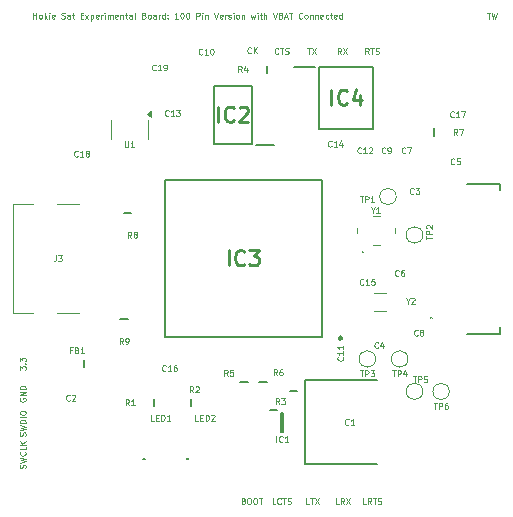
<source format=gbr>
%TF.GenerationSoftware,KiCad,Pcbnew,8.0.6-8.0.6-0~ubuntu24.04.1*%
%TF.CreationDate,2024-10-23T10:12:53-04:00*%
%TF.ProjectId,ta-expt-v2,74612d65-7870-4742-9d76-322e6b696361,rev?*%
%TF.SameCoordinates,Original*%
%TF.FileFunction,Legend,Top*%
%TF.FilePolarity,Positive*%
%FSLAX46Y46*%
G04 Gerber Fmt 4.6, Leading zero omitted, Abs format (unit mm)*
G04 Created by KiCad (PCBNEW 8.0.6-8.0.6-0~ubuntu24.04.1) date 2024-10-23 10:12:53*
%MOMM*%
%LPD*%
G01*
G04 APERTURE LIST*
%ADD10C,0.125000*%
%ADD11C,0.254000*%
%ADD12C,0.200000*%
%ADD13C,0.120000*%
%ADD14C,0.100000*%
%ADD15C,0.250000*%
G04 APERTURE END LIST*
D10*
X153021428Y-128512904D02*
X153092856Y-128536714D01*
X153092856Y-128536714D02*
X153116666Y-128560523D01*
X153116666Y-128560523D02*
X153140475Y-128608142D01*
X153140475Y-128608142D02*
X153140475Y-128679571D01*
X153140475Y-128679571D02*
X153116666Y-128727190D01*
X153116666Y-128727190D02*
X153092856Y-128751000D01*
X153092856Y-128751000D02*
X153045237Y-128774809D01*
X153045237Y-128774809D02*
X152854761Y-128774809D01*
X152854761Y-128774809D02*
X152854761Y-128274809D01*
X152854761Y-128274809D02*
X153021428Y-128274809D01*
X153021428Y-128274809D02*
X153069047Y-128298619D01*
X153069047Y-128298619D02*
X153092856Y-128322428D01*
X153092856Y-128322428D02*
X153116666Y-128370047D01*
X153116666Y-128370047D02*
X153116666Y-128417666D01*
X153116666Y-128417666D02*
X153092856Y-128465285D01*
X153092856Y-128465285D02*
X153069047Y-128489095D01*
X153069047Y-128489095D02*
X153021428Y-128512904D01*
X153021428Y-128512904D02*
X152854761Y-128512904D01*
X153449999Y-128274809D02*
X153545237Y-128274809D01*
X153545237Y-128274809D02*
X153592856Y-128298619D01*
X153592856Y-128298619D02*
X153640475Y-128346238D01*
X153640475Y-128346238D02*
X153664285Y-128441476D01*
X153664285Y-128441476D02*
X153664285Y-128608142D01*
X153664285Y-128608142D02*
X153640475Y-128703380D01*
X153640475Y-128703380D02*
X153592856Y-128751000D01*
X153592856Y-128751000D02*
X153545237Y-128774809D01*
X153545237Y-128774809D02*
X153449999Y-128774809D01*
X153449999Y-128774809D02*
X153402380Y-128751000D01*
X153402380Y-128751000D02*
X153354761Y-128703380D01*
X153354761Y-128703380D02*
X153330952Y-128608142D01*
X153330952Y-128608142D02*
X153330952Y-128441476D01*
X153330952Y-128441476D02*
X153354761Y-128346238D01*
X153354761Y-128346238D02*
X153402380Y-128298619D01*
X153402380Y-128298619D02*
X153449999Y-128274809D01*
X153973809Y-128274809D02*
X154069047Y-128274809D01*
X154069047Y-128274809D02*
X154116666Y-128298619D01*
X154116666Y-128298619D02*
X154164285Y-128346238D01*
X154164285Y-128346238D02*
X154188095Y-128441476D01*
X154188095Y-128441476D02*
X154188095Y-128608142D01*
X154188095Y-128608142D02*
X154164285Y-128703380D01*
X154164285Y-128703380D02*
X154116666Y-128751000D01*
X154116666Y-128751000D02*
X154069047Y-128774809D01*
X154069047Y-128774809D02*
X153973809Y-128774809D01*
X153973809Y-128774809D02*
X153926190Y-128751000D01*
X153926190Y-128751000D02*
X153878571Y-128703380D01*
X153878571Y-128703380D02*
X153854762Y-128608142D01*
X153854762Y-128608142D02*
X153854762Y-128441476D01*
X153854762Y-128441476D02*
X153878571Y-128346238D01*
X153878571Y-128346238D02*
X153926190Y-128298619D01*
X153926190Y-128298619D02*
X153973809Y-128274809D01*
X154330953Y-128274809D02*
X154616667Y-128274809D01*
X154473810Y-128774809D02*
X154473810Y-128274809D01*
X134551000Y-123009523D02*
X134574809Y-122938095D01*
X134574809Y-122938095D02*
X134574809Y-122819047D01*
X134574809Y-122819047D02*
X134551000Y-122771428D01*
X134551000Y-122771428D02*
X134527190Y-122747619D01*
X134527190Y-122747619D02*
X134479571Y-122723809D01*
X134479571Y-122723809D02*
X134431952Y-122723809D01*
X134431952Y-122723809D02*
X134384333Y-122747619D01*
X134384333Y-122747619D02*
X134360523Y-122771428D01*
X134360523Y-122771428D02*
X134336714Y-122819047D01*
X134336714Y-122819047D02*
X134312904Y-122914285D01*
X134312904Y-122914285D02*
X134289095Y-122961904D01*
X134289095Y-122961904D02*
X134265285Y-122985714D01*
X134265285Y-122985714D02*
X134217666Y-123009523D01*
X134217666Y-123009523D02*
X134170047Y-123009523D01*
X134170047Y-123009523D02*
X134122428Y-122985714D01*
X134122428Y-122985714D02*
X134098619Y-122961904D01*
X134098619Y-122961904D02*
X134074809Y-122914285D01*
X134074809Y-122914285D02*
X134074809Y-122795238D01*
X134074809Y-122795238D02*
X134098619Y-122723809D01*
X134074809Y-122557143D02*
X134574809Y-122438095D01*
X134574809Y-122438095D02*
X134217666Y-122342857D01*
X134217666Y-122342857D02*
X134574809Y-122247619D01*
X134574809Y-122247619D02*
X134074809Y-122128572D01*
X134574809Y-121938095D02*
X134074809Y-121938095D01*
X134074809Y-121938095D02*
X134074809Y-121819047D01*
X134074809Y-121819047D02*
X134098619Y-121747619D01*
X134098619Y-121747619D02*
X134146238Y-121700000D01*
X134146238Y-121700000D02*
X134193857Y-121676190D01*
X134193857Y-121676190D02*
X134289095Y-121652381D01*
X134289095Y-121652381D02*
X134360523Y-121652381D01*
X134360523Y-121652381D02*
X134455761Y-121676190D01*
X134455761Y-121676190D02*
X134503380Y-121700000D01*
X134503380Y-121700000D02*
X134551000Y-121747619D01*
X134551000Y-121747619D02*
X134574809Y-121819047D01*
X134574809Y-121819047D02*
X134574809Y-121938095D01*
X134574809Y-121438095D02*
X134074809Y-121438095D01*
X134074809Y-121104762D02*
X134074809Y-121009524D01*
X134074809Y-121009524D02*
X134098619Y-120961905D01*
X134098619Y-120961905D02*
X134146238Y-120914286D01*
X134146238Y-120914286D02*
X134241476Y-120890476D01*
X134241476Y-120890476D02*
X134408142Y-120890476D01*
X134408142Y-120890476D02*
X134503380Y-120914286D01*
X134503380Y-120914286D02*
X134551000Y-120961905D01*
X134551000Y-120961905D02*
X134574809Y-121009524D01*
X134574809Y-121009524D02*
X134574809Y-121104762D01*
X134574809Y-121104762D02*
X134551000Y-121152381D01*
X134551000Y-121152381D02*
X134503380Y-121200000D01*
X134503380Y-121200000D02*
X134408142Y-121223809D01*
X134408142Y-121223809D02*
X134241476Y-121223809D01*
X134241476Y-121223809D02*
X134146238Y-121200000D01*
X134146238Y-121200000D02*
X134098619Y-121152381D01*
X134098619Y-121152381D02*
X134074809Y-121104762D01*
X155726190Y-128774809D02*
X155488095Y-128774809D01*
X155488095Y-128774809D02*
X155488095Y-128274809D01*
X156178571Y-128727190D02*
X156154762Y-128751000D01*
X156154762Y-128751000D02*
X156083333Y-128774809D01*
X156083333Y-128774809D02*
X156035714Y-128774809D01*
X156035714Y-128774809D02*
X155964286Y-128751000D01*
X155964286Y-128751000D02*
X155916667Y-128703380D01*
X155916667Y-128703380D02*
X155892857Y-128655761D01*
X155892857Y-128655761D02*
X155869048Y-128560523D01*
X155869048Y-128560523D02*
X155869048Y-128489095D01*
X155869048Y-128489095D02*
X155892857Y-128393857D01*
X155892857Y-128393857D02*
X155916667Y-128346238D01*
X155916667Y-128346238D02*
X155964286Y-128298619D01*
X155964286Y-128298619D02*
X156035714Y-128274809D01*
X156035714Y-128274809D02*
X156083333Y-128274809D01*
X156083333Y-128274809D02*
X156154762Y-128298619D01*
X156154762Y-128298619D02*
X156178571Y-128322428D01*
X156321429Y-128274809D02*
X156607143Y-128274809D01*
X156464286Y-128774809D02*
X156464286Y-128274809D01*
X156750000Y-128751000D02*
X156821428Y-128774809D01*
X156821428Y-128774809D02*
X156940476Y-128774809D01*
X156940476Y-128774809D02*
X156988095Y-128751000D01*
X156988095Y-128751000D02*
X157011904Y-128727190D01*
X157011904Y-128727190D02*
X157035714Y-128679571D01*
X157035714Y-128679571D02*
X157035714Y-128631952D01*
X157035714Y-128631952D02*
X157011904Y-128584333D01*
X157011904Y-128584333D02*
X156988095Y-128560523D01*
X156988095Y-128560523D02*
X156940476Y-128536714D01*
X156940476Y-128536714D02*
X156845238Y-128512904D01*
X156845238Y-128512904D02*
X156797619Y-128489095D01*
X156797619Y-128489095D02*
X156773809Y-128465285D01*
X156773809Y-128465285D02*
X156750000Y-128417666D01*
X156750000Y-128417666D02*
X156750000Y-128370047D01*
X156750000Y-128370047D02*
X156773809Y-128322428D01*
X156773809Y-128322428D02*
X156797619Y-128298619D01*
X156797619Y-128298619D02*
X156845238Y-128274809D01*
X156845238Y-128274809D02*
X156964285Y-128274809D01*
X156964285Y-128274809D02*
X157035714Y-128298619D01*
X134551000Y-125730951D02*
X134574809Y-125659523D01*
X134574809Y-125659523D02*
X134574809Y-125540475D01*
X134574809Y-125540475D02*
X134551000Y-125492856D01*
X134551000Y-125492856D02*
X134527190Y-125469047D01*
X134527190Y-125469047D02*
X134479571Y-125445237D01*
X134479571Y-125445237D02*
X134431952Y-125445237D01*
X134431952Y-125445237D02*
X134384333Y-125469047D01*
X134384333Y-125469047D02*
X134360523Y-125492856D01*
X134360523Y-125492856D02*
X134336714Y-125540475D01*
X134336714Y-125540475D02*
X134312904Y-125635713D01*
X134312904Y-125635713D02*
X134289095Y-125683332D01*
X134289095Y-125683332D02*
X134265285Y-125707142D01*
X134265285Y-125707142D02*
X134217666Y-125730951D01*
X134217666Y-125730951D02*
X134170047Y-125730951D01*
X134170047Y-125730951D02*
X134122428Y-125707142D01*
X134122428Y-125707142D02*
X134098619Y-125683332D01*
X134098619Y-125683332D02*
X134074809Y-125635713D01*
X134074809Y-125635713D02*
X134074809Y-125516666D01*
X134074809Y-125516666D02*
X134098619Y-125445237D01*
X134074809Y-125278571D02*
X134574809Y-125159523D01*
X134574809Y-125159523D02*
X134217666Y-125064285D01*
X134217666Y-125064285D02*
X134574809Y-124969047D01*
X134574809Y-124969047D02*
X134074809Y-124850000D01*
X134527190Y-124373809D02*
X134551000Y-124397618D01*
X134551000Y-124397618D02*
X134574809Y-124469047D01*
X134574809Y-124469047D02*
X134574809Y-124516666D01*
X134574809Y-124516666D02*
X134551000Y-124588094D01*
X134551000Y-124588094D02*
X134503380Y-124635713D01*
X134503380Y-124635713D02*
X134455761Y-124659523D01*
X134455761Y-124659523D02*
X134360523Y-124683332D01*
X134360523Y-124683332D02*
X134289095Y-124683332D01*
X134289095Y-124683332D02*
X134193857Y-124659523D01*
X134193857Y-124659523D02*
X134146238Y-124635713D01*
X134146238Y-124635713D02*
X134098619Y-124588094D01*
X134098619Y-124588094D02*
X134074809Y-124516666D01*
X134074809Y-124516666D02*
X134074809Y-124469047D01*
X134074809Y-124469047D02*
X134098619Y-124397618D01*
X134098619Y-124397618D02*
X134122428Y-124373809D01*
X134574809Y-123921428D02*
X134574809Y-124159523D01*
X134574809Y-124159523D02*
X134074809Y-124159523D01*
X134574809Y-123754761D02*
X134074809Y-123754761D01*
X134574809Y-123469047D02*
X134289095Y-123683332D01*
X134074809Y-123469047D02*
X134360523Y-123754761D01*
X158419048Y-90174809D02*
X158704762Y-90174809D01*
X158561905Y-90674809D02*
X158561905Y-90174809D01*
X158823809Y-90174809D02*
X159157142Y-90674809D01*
X159157142Y-90174809D02*
X158823809Y-90674809D01*
X134074809Y-117423808D02*
X134074809Y-117114284D01*
X134074809Y-117114284D02*
X134265285Y-117280951D01*
X134265285Y-117280951D02*
X134265285Y-117209522D01*
X134265285Y-117209522D02*
X134289095Y-117161903D01*
X134289095Y-117161903D02*
X134312904Y-117138094D01*
X134312904Y-117138094D02*
X134360523Y-117114284D01*
X134360523Y-117114284D02*
X134479571Y-117114284D01*
X134479571Y-117114284D02*
X134527190Y-117138094D01*
X134527190Y-117138094D02*
X134551000Y-117161903D01*
X134551000Y-117161903D02*
X134574809Y-117209522D01*
X134574809Y-117209522D02*
X134574809Y-117352379D01*
X134574809Y-117352379D02*
X134551000Y-117399998D01*
X134551000Y-117399998D02*
X134527190Y-117423808D01*
X134527190Y-116899999D02*
X134551000Y-116876189D01*
X134551000Y-116876189D02*
X134574809Y-116899999D01*
X134574809Y-116899999D02*
X134551000Y-116923808D01*
X134551000Y-116923808D02*
X134527190Y-116899999D01*
X134527190Y-116899999D02*
X134574809Y-116899999D01*
X134074809Y-116709523D02*
X134074809Y-116399999D01*
X134074809Y-116399999D02*
X134265285Y-116566666D01*
X134265285Y-116566666D02*
X134265285Y-116495237D01*
X134265285Y-116495237D02*
X134289095Y-116447618D01*
X134289095Y-116447618D02*
X134312904Y-116423809D01*
X134312904Y-116423809D02*
X134360523Y-116399999D01*
X134360523Y-116399999D02*
X134479571Y-116399999D01*
X134479571Y-116399999D02*
X134527190Y-116423809D01*
X134527190Y-116423809D02*
X134551000Y-116447618D01*
X134551000Y-116447618D02*
X134574809Y-116495237D01*
X134574809Y-116495237D02*
X134574809Y-116638094D01*
X134574809Y-116638094D02*
X134551000Y-116685713D01*
X134551000Y-116685713D02*
X134527190Y-116709523D01*
X161266666Y-90674809D02*
X161100000Y-90436714D01*
X160980952Y-90674809D02*
X160980952Y-90174809D01*
X160980952Y-90174809D02*
X161171428Y-90174809D01*
X161171428Y-90174809D02*
X161219047Y-90198619D01*
X161219047Y-90198619D02*
X161242857Y-90222428D01*
X161242857Y-90222428D02*
X161266666Y-90270047D01*
X161266666Y-90270047D02*
X161266666Y-90341476D01*
X161266666Y-90341476D02*
X161242857Y-90389095D01*
X161242857Y-90389095D02*
X161219047Y-90412904D01*
X161219047Y-90412904D02*
X161171428Y-90436714D01*
X161171428Y-90436714D02*
X160980952Y-90436714D01*
X161433333Y-90174809D02*
X161766666Y-90674809D01*
X161766666Y-90174809D02*
X161433333Y-90674809D01*
X173629855Y-87182309D02*
X173915569Y-87182309D01*
X173772712Y-87682309D02*
X173772712Y-87182309D01*
X174034616Y-87182309D02*
X174153664Y-87682309D01*
X174153664Y-87682309D02*
X174248902Y-87325166D01*
X174248902Y-87325166D02*
X174344140Y-87682309D01*
X174344140Y-87682309D02*
X174463188Y-87182309D01*
X134098619Y-119830952D02*
X134074809Y-119878571D01*
X134074809Y-119878571D02*
X134074809Y-119950000D01*
X134074809Y-119950000D02*
X134098619Y-120021428D01*
X134098619Y-120021428D02*
X134146238Y-120069047D01*
X134146238Y-120069047D02*
X134193857Y-120092857D01*
X134193857Y-120092857D02*
X134289095Y-120116666D01*
X134289095Y-120116666D02*
X134360523Y-120116666D01*
X134360523Y-120116666D02*
X134455761Y-120092857D01*
X134455761Y-120092857D02*
X134503380Y-120069047D01*
X134503380Y-120069047D02*
X134551000Y-120021428D01*
X134551000Y-120021428D02*
X134574809Y-119950000D01*
X134574809Y-119950000D02*
X134574809Y-119902381D01*
X134574809Y-119902381D02*
X134551000Y-119830952D01*
X134551000Y-119830952D02*
X134527190Y-119807143D01*
X134527190Y-119807143D02*
X134360523Y-119807143D01*
X134360523Y-119807143D02*
X134360523Y-119902381D01*
X134574809Y-119592857D02*
X134074809Y-119592857D01*
X134074809Y-119592857D02*
X134574809Y-119307143D01*
X134574809Y-119307143D02*
X134074809Y-119307143D01*
X134574809Y-119069047D02*
X134074809Y-119069047D01*
X134074809Y-119069047D02*
X134074809Y-118949999D01*
X134074809Y-118949999D02*
X134098619Y-118878571D01*
X134098619Y-118878571D02*
X134146238Y-118830952D01*
X134146238Y-118830952D02*
X134193857Y-118807142D01*
X134193857Y-118807142D02*
X134289095Y-118783333D01*
X134289095Y-118783333D02*
X134360523Y-118783333D01*
X134360523Y-118783333D02*
X134455761Y-118807142D01*
X134455761Y-118807142D02*
X134503380Y-118830952D01*
X134503380Y-118830952D02*
X134551000Y-118878571D01*
X134551000Y-118878571D02*
X134574809Y-118949999D01*
X134574809Y-118949999D02*
X134574809Y-119069047D01*
X163626190Y-90672323D02*
X163459524Y-90434228D01*
X163340476Y-90672323D02*
X163340476Y-90172323D01*
X163340476Y-90172323D02*
X163530952Y-90172323D01*
X163530952Y-90172323D02*
X163578571Y-90196133D01*
X163578571Y-90196133D02*
X163602381Y-90219942D01*
X163602381Y-90219942D02*
X163626190Y-90267561D01*
X163626190Y-90267561D02*
X163626190Y-90338990D01*
X163626190Y-90338990D02*
X163602381Y-90386609D01*
X163602381Y-90386609D02*
X163578571Y-90410418D01*
X163578571Y-90410418D02*
X163530952Y-90434228D01*
X163530952Y-90434228D02*
X163340476Y-90434228D01*
X163769048Y-90172323D02*
X164054762Y-90172323D01*
X163911905Y-90672323D02*
X163911905Y-90172323D01*
X164197619Y-90648514D02*
X164269047Y-90672323D01*
X164269047Y-90672323D02*
X164388095Y-90672323D01*
X164388095Y-90672323D02*
X164435714Y-90648514D01*
X164435714Y-90648514D02*
X164459523Y-90624704D01*
X164459523Y-90624704D02*
X164483333Y-90577085D01*
X164483333Y-90577085D02*
X164483333Y-90529466D01*
X164483333Y-90529466D02*
X164459523Y-90481847D01*
X164459523Y-90481847D02*
X164435714Y-90458037D01*
X164435714Y-90458037D02*
X164388095Y-90434228D01*
X164388095Y-90434228D02*
X164292857Y-90410418D01*
X164292857Y-90410418D02*
X164245238Y-90386609D01*
X164245238Y-90386609D02*
X164221428Y-90362799D01*
X164221428Y-90362799D02*
X164197619Y-90315180D01*
X164197619Y-90315180D02*
X164197619Y-90267561D01*
X164197619Y-90267561D02*
X164221428Y-90219942D01*
X164221428Y-90219942D02*
X164245238Y-90196133D01*
X164245238Y-90196133D02*
X164292857Y-90172323D01*
X164292857Y-90172323D02*
X164411904Y-90172323D01*
X164411904Y-90172323D02*
X164483333Y-90196133D01*
X163376190Y-128774809D02*
X163138095Y-128774809D01*
X163138095Y-128774809D02*
X163138095Y-128274809D01*
X163828571Y-128774809D02*
X163661905Y-128536714D01*
X163542857Y-128774809D02*
X163542857Y-128274809D01*
X163542857Y-128274809D02*
X163733333Y-128274809D01*
X163733333Y-128274809D02*
X163780952Y-128298619D01*
X163780952Y-128298619D02*
X163804762Y-128322428D01*
X163804762Y-128322428D02*
X163828571Y-128370047D01*
X163828571Y-128370047D02*
X163828571Y-128441476D01*
X163828571Y-128441476D02*
X163804762Y-128489095D01*
X163804762Y-128489095D02*
X163780952Y-128512904D01*
X163780952Y-128512904D02*
X163733333Y-128536714D01*
X163733333Y-128536714D02*
X163542857Y-128536714D01*
X163971429Y-128274809D02*
X164257143Y-128274809D01*
X164114286Y-128774809D02*
X164114286Y-128274809D01*
X164400000Y-128751000D02*
X164471428Y-128774809D01*
X164471428Y-128774809D02*
X164590476Y-128774809D01*
X164590476Y-128774809D02*
X164638095Y-128751000D01*
X164638095Y-128751000D02*
X164661904Y-128727190D01*
X164661904Y-128727190D02*
X164685714Y-128679571D01*
X164685714Y-128679571D02*
X164685714Y-128631952D01*
X164685714Y-128631952D02*
X164661904Y-128584333D01*
X164661904Y-128584333D02*
X164638095Y-128560523D01*
X164638095Y-128560523D02*
X164590476Y-128536714D01*
X164590476Y-128536714D02*
X164495238Y-128512904D01*
X164495238Y-128512904D02*
X164447619Y-128489095D01*
X164447619Y-128489095D02*
X164423809Y-128465285D01*
X164423809Y-128465285D02*
X164400000Y-128417666D01*
X164400000Y-128417666D02*
X164400000Y-128370047D01*
X164400000Y-128370047D02*
X164423809Y-128322428D01*
X164423809Y-128322428D02*
X164447619Y-128298619D01*
X164447619Y-128298619D02*
X164495238Y-128274809D01*
X164495238Y-128274809D02*
X164614285Y-128274809D01*
X164614285Y-128274809D02*
X164685714Y-128298619D01*
X161066666Y-128774809D02*
X160828571Y-128774809D01*
X160828571Y-128774809D02*
X160828571Y-128274809D01*
X161519047Y-128774809D02*
X161352381Y-128536714D01*
X161233333Y-128774809D02*
X161233333Y-128274809D01*
X161233333Y-128274809D02*
X161423809Y-128274809D01*
X161423809Y-128274809D02*
X161471428Y-128298619D01*
X161471428Y-128298619D02*
X161495238Y-128322428D01*
X161495238Y-128322428D02*
X161519047Y-128370047D01*
X161519047Y-128370047D02*
X161519047Y-128441476D01*
X161519047Y-128441476D02*
X161495238Y-128489095D01*
X161495238Y-128489095D02*
X161471428Y-128512904D01*
X161471428Y-128512904D02*
X161423809Y-128536714D01*
X161423809Y-128536714D02*
X161233333Y-128536714D01*
X161685714Y-128274809D02*
X162019047Y-128774809D01*
X162019047Y-128274809D02*
X161685714Y-128774809D01*
X155976190Y-90627190D02*
X155952381Y-90651000D01*
X155952381Y-90651000D02*
X155880952Y-90674809D01*
X155880952Y-90674809D02*
X155833333Y-90674809D01*
X155833333Y-90674809D02*
X155761905Y-90651000D01*
X155761905Y-90651000D02*
X155714286Y-90603380D01*
X155714286Y-90603380D02*
X155690476Y-90555761D01*
X155690476Y-90555761D02*
X155666667Y-90460523D01*
X155666667Y-90460523D02*
X155666667Y-90389095D01*
X155666667Y-90389095D02*
X155690476Y-90293857D01*
X155690476Y-90293857D02*
X155714286Y-90246238D01*
X155714286Y-90246238D02*
X155761905Y-90198619D01*
X155761905Y-90198619D02*
X155833333Y-90174809D01*
X155833333Y-90174809D02*
X155880952Y-90174809D01*
X155880952Y-90174809D02*
X155952381Y-90198619D01*
X155952381Y-90198619D02*
X155976190Y-90222428D01*
X156119048Y-90174809D02*
X156404762Y-90174809D01*
X156261905Y-90674809D02*
X156261905Y-90174809D01*
X156547619Y-90651000D02*
X156619047Y-90674809D01*
X156619047Y-90674809D02*
X156738095Y-90674809D01*
X156738095Y-90674809D02*
X156785714Y-90651000D01*
X156785714Y-90651000D02*
X156809523Y-90627190D01*
X156809523Y-90627190D02*
X156833333Y-90579571D01*
X156833333Y-90579571D02*
X156833333Y-90531952D01*
X156833333Y-90531952D02*
X156809523Y-90484333D01*
X156809523Y-90484333D02*
X156785714Y-90460523D01*
X156785714Y-90460523D02*
X156738095Y-90436714D01*
X156738095Y-90436714D02*
X156642857Y-90412904D01*
X156642857Y-90412904D02*
X156595238Y-90389095D01*
X156595238Y-90389095D02*
X156571428Y-90365285D01*
X156571428Y-90365285D02*
X156547619Y-90317666D01*
X156547619Y-90317666D02*
X156547619Y-90270047D01*
X156547619Y-90270047D02*
X156571428Y-90222428D01*
X156571428Y-90222428D02*
X156595238Y-90198619D01*
X156595238Y-90198619D02*
X156642857Y-90174809D01*
X156642857Y-90174809D02*
X156761904Y-90174809D01*
X156761904Y-90174809D02*
X156833333Y-90198619D01*
X153654761Y-90577190D02*
X153630952Y-90601000D01*
X153630952Y-90601000D02*
X153559523Y-90624809D01*
X153559523Y-90624809D02*
X153511904Y-90624809D01*
X153511904Y-90624809D02*
X153440476Y-90601000D01*
X153440476Y-90601000D02*
X153392857Y-90553380D01*
X153392857Y-90553380D02*
X153369047Y-90505761D01*
X153369047Y-90505761D02*
X153345238Y-90410523D01*
X153345238Y-90410523D02*
X153345238Y-90339095D01*
X153345238Y-90339095D02*
X153369047Y-90243857D01*
X153369047Y-90243857D02*
X153392857Y-90196238D01*
X153392857Y-90196238D02*
X153440476Y-90148619D01*
X153440476Y-90148619D02*
X153511904Y-90124809D01*
X153511904Y-90124809D02*
X153559523Y-90124809D01*
X153559523Y-90124809D02*
X153630952Y-90148619D01*
X153630952Y-90148619D02*
X153654761Y-90172428D01*
X153869047Y-90624809D02*
X153869047Y-90124809D01*
X154154761Y-90624809D02*
X153940476Y-90339095D01*
X154154761Y-90124809D02*
X153869047Y-90410523D01*
X135201283Y-87682309D02*
X135201283Y-87182309D01*
X135201283Y-87420404D02*
X135486997Y-87420404D01*
X135486997Y-87682309D02*
X135486997Y-87182309D01*
X135796522Y-87682309D02*
X135748903Y-87658500D01*
X135748903Y-87658500D02*
X135725093Y-87634690D01*
X135725093Y-87634690D02*
X135701284Y-87587071D01*
X135701284Y-87587071D02*
X135701284Y-87444214D01*
X135701284Y-87444214D02*
X135725093Y-87396595D01*
X135725093Y-87396595D02*
X135748903Y-87372785D01*
X135748903Y-87372785D02*
X135796522Y-87348976D01*
X135796522Y-87348976D02*
X135867950Y-87348976D01*
X135867950Y-87348976D02*
X135915569Y-87372785D01*
X135915569Y-87372785D02*
X135939379Y-87396595D01*
X135939379Y-87396595D02*
X135963188Y-87444214D01*
X135963188Y-87444214D02*
X135963188Y-87587071D01*
X135963188Y-87587071D02*
X135939379Y-87634690D01*
X135939379Y-87634690D02*
X135915569Y-87658500D01*
X135915569Y-87658500D02*
X135867950Y-87682309D01*
X135867950Y-87682309D02*
X135796522Y-87682309D01*
X136177474Y-87682309D02*
X136177474Y-87182309D01*
X136225093Y-87491833D02*
X136367950Y-87682309D01*
X136367950Y-87348976D02*
X136177474Y-87539452D01*
X136582236Y-87682309D02*
X136582236Y-87348976D01*
X136582236Y-87182309D02*
X136558427Y-87206119D01*
X136558427Y-87206119D02*
X136582236Y-87229928D01*
X136582236Y-87229928D02*
X136606046Y-87206119D01*
X136606046Y-87206119D02*
X136582236Y-87182309D01*
X136582236Y-87182309D02*
X136582236Y-87229928D01*
X137010807Y-87658500D02*
X136963188Y-87682309D01*
X136963188Y-87682309D02*
X136867950Y-87682309D01*
X136867950Y-87682309D02*
X136820331Y-87658500D01*
X136820331Y-87658500D02*
X136796522Y-87610880D01*
X136796522Y-87610880D02*
X136796522Y-87420404D01*
X136796522Y-87420404D02*
X136820331Y-87372785D01*
X136820331Y-87372785D02*
X136867950Y-87348976D01*
X136867950Y-87348976D02*
X136963188Y-87348976D01*
X136963188Y-87348976D02*
X137010807Y-87372785D01*
X137010807Y-87372785D02*
X137034617Y-87420404D01*
X137034617Y-87420404D02*
X137034617Y-87468023D01*
X137034617Y-87468023D02*
X136796522Y-87515642D01*
X137606045Y-87658500D02*
X137677473Y-87682309D01*
X137677473Y-87682309D02*
X137796521Y-87682309D01*
X137796521Y-87682309D02*
X137844140Y-87658500D01*
X137844140Y-87658500D02*
X137867949Y-87634690D01*
X137867949Y-87634690D02*
X137891759Y-87587071D01*
X137891759Y-87587071D02*
X137891759Y-87539452D01*
X137891759Y-87539452D02*
X137867949Y-87491833D01*
X137867949Y-87491833D02*
X137844140Y-87468023D01*
X137844140Y-87468023D02*
X137796521Y-87444214D01*
X137796521Y-87444214D02*
X137701283Y-87420404D01*
X137701283Y-87420404D02*
X137653664Y-87396595D01*
X137653664Y-87396595D02*
X137629854Y-87372785D01*
X137629854Y-87372785D02*
X137606045Y-87325166D01*
X137606045Y-87325166D02*
X137606045Y-87277547D01*
X137606045Y-87277547D02*
X137629854Y-87229928D01*
X137629854Y-87229928D02*
X137653664Y-87206119D01*
X137653664Y-87206119D02*
X137701283Y-87182309D01*
X137701283Y-87182309D02*
X137820330Y-87182309D01*
X137820330Y-87182309D02*
X137891759Y-87206119D01*
X138320330Y-87682309D02*
X138320330Y-87420404D01*
X138320330Y-87420404D02*
X138296520Y-87372785D01*
X138296520Y-87372785D02*
X138248901Y-87348976D01*
X138248901Y-87348976D02*
X138153663Y-87348976D01*
X138153663Y-87348976D02*
X138106044Y-87372785D01*
X138320330Y-87658500D02*
X138272711Y-87682309D01*
X138272711Y-87682309D02*
X138153663Y-87682309D01*
X138153663Y-87682309D02*
X138106044Y-87658500D01*
X138106044Y-87658500D02*
X138082235Y-87610880D01*
X138082235Y-87610880D02*
X138082235Y-87563261D01*
X138082235Y-87563261D02*
X138106044Y-87515642D01*
X138106044Y-87515642D02*
X138153663Y-87491833D01*
X138153663Y-87491833D02*
X138272711Y-87491833D01*
X138272711Y-87491833D02*
X138320330Y-87468023D01*
X138486997Y-87348976D02*
X138677473Y-87348976D01*
X138558425Y-87182309D02*
X138558425Y-87610880D01*
X138558425Y-87610880D02*
X138582235Y-87658500D01*
X138582235Y-87658500D02*
X138629854Y-87682309D01*
X138629854Y-87682309D02*
X138677473Y-87682309D01*
X139225091Y-87420404D02*
X139391758Y-87420404D01*
X139463186Y-87682309D02*
X139225091Y-87682309D01*
X139225091Y-87682309D02*
X139225091Y-87182309D01*
X139225091Y-87182309D02*
X139463186Y-87182309D01*
X139629853Y-87682309D02*
X139891758Y-87348976D01*
X139629853Y-87348976D02*
X139891758Y-87682309D01*
X140082234Y-87348976D02*
X140082234Y-87848976D01*
X140082234Y-87372785D02*
X140129853Y-87348976D01*
X140129853Y-87348976D02*
X140225091Y-87348976D01*
X140225091Y-87348976D02*
X140272710Y-87372785D01*
X140272710Y-87372785D02*
X140296520Y-87396595D01*
X140296520Y-87396595D02*
X140320329Y-87444214D01*
X140320329Y-87444214D02*
X140320329Y-87587071D01*
X140320329Y-87587071D02*
X140296520Y-87634690D01*
X140296520Y-87634690D02*
X140272710Y-87658500D01*
X140272710Y-87658500D02*
X140225091Y-87682309D01*
X140225091Y-87682309D02*
X140129853Y-87682309D01*
X140129853Y-87682309D02*
X140082234Y-87658500D01*
X140725091Y-87658500D02*
X140677472Y-87682309D01*
X140677472Y-87682309D02*
X140582234Y-87682309D01*
X140582234Y-87682309D02*
X140534615Y-87658500D01*
X140534615Y-87658500D02*
X140510806Y-87610880D01*
X140510806Y-87610880D02*
X140510806Y-87420404D01*
X140510806Y-87420404D02*
X140534615Y-87372785D01*
X140534615Y-87372785D02*
X140582234Y-87348976D01*
X140582234Y-87348976D02*
X140677472Y-87348976D01*
X140677472Y-87348976D02*
X140725091Y-87372785D01*
X140725091Y-87372785D02*
X140748901Y-87420404D01*
X140748901Y-87420404D02*
X140748901Y-87468023D01*
X140748901Y-87468023D02*
X140510806Y-87515642D01*
X140963186Y-87682309D02*
X140963186Y-87348976D01*
X140963186Y-87444214D02*
X140986996Y-87396595D01*
X140986996Y-87396595D02*
X141010805Y-87372785D01*
X141010805Y-87372785D02*
X141058424Y-87348976D01*
X141058424Y-87348976D02*
X141106043Y-87348976D01*
X141272710Y-87682309D02*
X141272710Y-87348976D01*
X141272710Y-87182309D02*
X141248901Y-87206119D01*
X141248901Y-87206119D02*
X141272710Y-87229928D01*
X141272710Y-87229928D02*
X141296520Y-87206119D01*
X141296520Y-87206119D02*
X141272710Y-87182309D01*
X141272710Y-87182309D02*
X141272710Y-87229928D01*
X141510805Y-87682309D02*
X141510805Y-87348976D01*
X141510805Y-87396595D02*
X141534615Y-87372785D01*
X141534615Y-87372785D02*
X141582234Y-87348976D01*
X141582234Y-87348976D02*
X141653662Y-87348976D01*
X141653662Y-87348976D02*
X141701281Y-87372785D01*
X141701281Y-87372785D02*
X141725091Y-87420404D01*
X141725091Y-87420404D02*
X141725091Y-87682309D01*
X141725091Y-87420404D02*
X141748900Y-87372785D01*
X141748900Y-87372785D02*
X141796519Y-87348976D01*
X141796519Y-87348976D02*
X141867948Y-87348976D01*
X141867948Y-87348976D02*
X141915567Y-87372785D01*
X141915567Y-87372785D02*
X141939377Y-87420404D01*
X141939377Y-87420404D02*
X141939377Y-87682309D01*
X142367948Y-87658500D02*
X142320329Y-87682309D01*
X142320329Y-87682309D02*
X142225091Y-87682309D01*
X142225091Y-87682309D02*
X142177472Y-87658500D01*
X142177472Y-87658500D02*
X142153663Y-87610880D01*
X142153663Y-87610880D02*
X142153663Y-87420404D01*
X142153663Y-87420404D02*
X142177472Y-87372785D01*
X142177472Y-87372785D02*
X142225091Y-87348976D01*
X142225091Y-87348976D02*
X142320329Y-87348976D01*
X142320329Y-87348976D02*
X142367948Y-87372785D01*
X142367948Y-87372785D02*
X142391758Y-87420404D01*
X142391758Y-87420404D02*
X142391758Y-87468023D01*
X142391758Y-87468023D02*
X142153663Y-87515642D01*
X142606043Y-87348976D02*
X142606043Y-87682309D01*
X142606043Y-87396595D02*
X142629853Y-87372785D01*
X142629853Y-87372785D02*
X142677472Y-87348976D01*
X142677472Y-87348976D02*
X142748900Y-87348976D01*
X142748900Y-87348976D02*
X142796519Y-87372785D01*
X142796519Y-87372785D02*
X142820329Y-87420404D01*
X142820329Y-87420404D02*
X142820329Y-87682309D01*
X142986996Y-87348976D02*
X143177472Y-87348976D01*
X143058424Y-87182309D02*
X143058424Y-87610880D01*
X143058424Y-87610880D02*
X143082234Y-87658500D01*
X143082234Y-87658500D02*
X143129853Y-87682309D01*
X143129853Y-87682309D02*
X143177472Y-87682309D01*
X143558424Y-87682309D02*
X143558424Y-87420404D01*
X143558424Y-87420404D02*
X143534614Y-87372785D01*
X143534614Y-87372785D02*
X143486995Y-87348976D01*
X143486995Y-87348976D02*
X143391757Y-87348976D01*
X143391757Y-87348976D02*
X143344138Y-87372785D01*
X143558424Y-87658500D02*
X143510805Y-87682309D01*
X143510805Y-87682309D02*
X143391757Y-87682309D01*
X143391757Y-87682309D02*
X143344138Y-87658500D01*
X143344138Y-87658500D02*
X143320329Y-87610880D01*
X143320329Y-87610880D02*
X143320329Y-87563261D01*
X143320329Y-87563261D02*
X143344138Y-87515642D01*
X143344138Y-87515642D02*
X143391757Y-87491833D01*
X143391757Y-87491833D02*
X143510805Y-87491833D01*
X143510805Y-87491833D02*
X143558424Y-87468023D01*
X143867948Y-87682309D02*
X143820329Y-87658500D01*
X143820329Y-87658500D02*
X143796519Y-87610880D01*
X143796519Y-87610880D02*
X143796519Y-87182309D01*
X144606043Y-87420404D02*
X144677471Y-87444214D01*
X144677471Y-87444214D02*
X144701281Y-87468023D01*
X144701281Y-87468023D02*
X144725090Y-87515642D01*
X144725090Y-87515642D02*
X144725090Y-87587071D01*
X144725090Y-87587071D02*
X144701281Y-87634690D01*
X144701281Y-87634690D02*
X144677471Y-87658500D01*
X144677471Y-87658500D02*
X144629852Y-87682309D01*
X144629852Y-87682309D02*
X144439376Y-87682309D01*
X144439376Y-87682309D02*
X144439376Y-87182309D01*
X144439376Y-87182309D02*
X144606043Y-87182309D01*
X144606043Y-87182309D02*
X144653662Y-87206119D01*
X144653662Y-87206119D02*
X144677471Y-87229928D01*
X144677471Y-87229928D02*
X144701281Y-87277547D01*
X144701281Y-87277547D02*
X144701281Y-87325166D01*
X144701281Y-87325166D02*
X144677471Y-87372785D01*
X144677471Y-87372785D02*
X144653662Y-87396595D01*
X144653662Y-87396595D02*
X144606043Y-87420404D01*
X144606043Y-87420404D02*
X144439376Y-87420404D01*
X145010805Y-87682309D02*
X144963186Y-87658500D01*
X144963186Y-87658500D02*
X144939376Y-87634690D01*
X144939376Y-87634690D02*
X144915567Y-87587071D01*
X144915567Y-87587071D02*
X144915567Y-87444214D01*
X144915567Y-87444214D02*
X144939376Y-87396595D01*
X144939376Y-87396595D02*
X144963186Y-87372785D01*
X144963186Y-87372785D02*
X145010805Y-87348976D01*
X145010805Y-87348976D02*
X145082233Y-87348976D01*
X145082233Y-87348976D02*
X145129852Y-87372785D01*
X145129852Y-87372785D02*
X145153662Y-87396595D01*
X145153662Y-87396595D02*
X145177471Y-87444214D01*
X145177471Y-87444214D02*
X145177471Y-87587071D01*
X145177471Y-87587071D02*
X145153662Y-87634690D01*
X145153662Y-87634690D02*
X145129852Y-87658500D01*
X145129852Y-87658500D02*
X145082233Y-87682309D01*
X145082233Y-87682309D02*
X145010805Y-87682309D01*
X145606043Y-87682309D02*
X145606043Y-87420404D01*
X145606043Y-87420404D02*
X145582233Y-87372785D01*
X145582233Y-87372785D02*
X145534614Y-87348976D01*
X145534614Y-87348976D02*
X145439376Y-87348976D01*
X145439376Y-87348976D02*
X145391757Y-87372785D01*
X145606043Y-87658500D02*
X145558424Y-87682309D01*
X145558424Y-87682309D02*
X145439376Y-87682309D01*
X145439376Y-87682309D02*
X145391757Y-87658500D01*
X145391757Y-87658500D02*
X145367948Y-87610880D01*
X145367948Y-87610880D02*
X145367948Y-87563261D01*
X145367948Y-87563261D02*
X145391757Y-87515642D01*
X145391757Y-87515642D02*
X145439376Y-87491833D01*
X145439376Y-87491833D02*
X145558424Y-87491833D01*
X145558424Y-87491833D02*
X145606043Y-87468023D01*
X145844138Y-87682309D02*
X145844138Y-87348976D01*
X145844138Y-87444214D02*
X145867948Y-87396595D01*
X145867948Y-87396595D02*
X145891757Y-87372785D01*
X145891757Y-87372785D02*
X145939376Y-87348976D01*
X145939376Y-87348976D02*
X145986995Y-87348976D01*
X146367948Y-87682309D02*
X146367948Y-87182309D01*
X146367948Y-87658500D02*
X146320329Y-87682309D01*
X146320329Y-87682309D02*
X146225091Y-87682309D01*
X146225091Y-87682309D02*
X146177472Y-87658500D01*
X146177472Y-87658500D02*
X146153662Y-87634690D01*
X146153662Y-87634690D02*
X146129853Y-87587071D01*
X146129853Y-87587071D02*
X146129853Y-87444214D01*
X146129853Y-87444214D02*
X146153662Y-87396595D01*
X146153662Y-87396595D02*
X146177472Y-87372785D01*
X146177472Y-87372785D02*
X146225091Y-87348976D01*
X146225091Y-87348976D02*
X146320329Y-87348976D01*
X146320329Y-87348976D02*
X146367948Y-87372785D01*
X146606043Y-87634690D02*
X146629853Y-87658500D01*
X146629853Y-87658500D02*
X146606043Y-87682309D01*
X146606043Y-87682309D02*
X146582234Y-87658500D01*
X146582234Y-87658500D02*
X146606043Y-87634690D01*
X146606043Y-87634690D02*
X146606043Y-87682309D01*
X146606043Y-87372785D02*
X146629853Y-87396595D01*
X146629853Y-87396595D02*
X146606043Y-87420404D01*
X146606043Y-87420404D02*
X146582234Y-87396595D01*
X146582234Y-87396595D02*
X146606043Y-87372785D01*
X146606043Y-87372785D02*
X146606043Y-87420404D01*
X147486995Y-87682309D02*
X147201281Y-87682309D01*
X147344138Y-87682309D02*
X147344138Y-87182309D01*
X147344138Y-87182309D02*
X147296519Y-87253738D01*
X147296519Y-87253738D02*
X147248900Y-87301357D01*
X147248900Y-87301357D02*
X147201281Y-87325166D01*
X147796518Y-87182309D02*
X147844137Y-87182309D01*
X147844137Y-87182309D02*
X147891756Y-87206119D01*
X147891756Y-87206119D02*
X147915566Y-87229928D01*
X147915566Y-87229928D02*
X147939375Y-87277547D01*
X147939375Y-87277547D02*
X147963185Y-87372785D01*
X147963185Y-87372785D02*
X147963185Y-87491833D01*
X147963185Y-87491833D02*
X147939375Y-87587071D01*
X147939375Y-87587071D02*
X147915566Y-87634690D01*
X147915566Y-87634690D02*
X147891756Y-87658500D01*
X147891756Y-87658500D02*
X147844137Y-87682309D01*
X147844137Y-87682309D02*
X147796518Y-87682309D01*
X147796518Y-87682309D02*
X147748899Y-87658500D01*
X147748899Y-87658500D02*
X147725090Y-87634690D01*
X147725090Y-87634690D02*
X147701280Y-87587071D01*
X147701280Y-87587071D02*
X147677471Y-87491833D01*
X147677471Y-87491833D02*
X147677471Y-87372785D01*
X147677471Y-87372785D02*
X147701280Y-87277547D01*
X147701280Y-87277547D02*
X147725090Y-87229928D01*
X147725090Y-87229928D02*
X147748899Y-87206119D01*
X147748899Y-87206119D02*
X147796518Y-87182309D01*
X148272708Y-87182309D02*
X148320327Y-87182309D01*
X148320327Y-87182309D02*
X148367946Y-87206119D01*
X148367946Y-87206119D02*
X148391756Y-87229928D01*
X148391756Y-87229928D02*
X148415565Y-87277547D01*
X148415565Y-87277547D02*
X148439375Y-87372785D01*
X148439375Y-87372785D02*
X148439375Y-87491833D01*
X148439375Y-87491833D02*
X148415565Y-87587071D01*
X148415565Y-87587071D02*
X148391756Y-87634690D01*
X148391756Y-87634690D02*
X148367946Y-87658500D01*
X148367946Y-87658500D02*
X148320327Y-87682309D01*
X148320327Y-87682309D02*
X148272708Y-87682309D01*
X148272708Y-87682309D02*
X148225089Y-87658500D01*
X148225089Y-87658500D02*
X148201280Y-87634690D01*
X148201280Y-87634690D02*
X148177470Y-87587071D01*
X148177470Y-87587071D02*
X148153661Y-87491833D01*
X148153661Y-87491833D02*
X148153661Y-87372785D01*
X148153661Y-87372785D02*
X148177470Y-87277547D01*
X148177470Y-87277547D02*
X148201280Y-87229928D01*
X148201280Y-87229928D02*
X148225089Y-87206119D01*
X148225089Y-87206119D02*
X148272708Y-87182309D01*
X149034612Y-87682309D02*
X149034612Y-87182309D01*
X149034612Y-87182309D02*
X149225088Y-87182309D01*
X149225088Y-87182309D02*
X149272707Y-87206119D01*
X149272707Y-87206119D02*
X149296517Y-87229928D01*
X149296517Y-87229928D02*
X149320326Y-87277547D01*
X149320326Y-87277547D02*
X149320326Y-87348976D01*
X149320326Y-87348976D02*
X149296517Y-87396595D01*
X149296517Y-87396595D02*
X149272707Y-87420404D01*
X149272707Y-87420404D02*
X149225088Y-87444214D01*
X149225088Y-87444214D02*
X149034612Y-87444214D01*
X149534612Y-87682309D02*
X149534612Y-87348976D01*
X149534612Y-87182309D02*
X149510803Y-87206119D01*
X149510803Y-87206119D02*
X149534612Y-87229928D01*
X149534612Y-87229928D02*
X149558422Y-87206119D01*
X149558422Y-87206119D02*
X149534612Y-87182309D01*
X149534612Y-87182309D02*
X149534612Y-87229928D01*
X149772707Y-87348976D02*
X149772707Y-87682309D01*
X149772707Y-87396595D02*
X149796517Y-87372785D01*
X149796517Y-87372785D02*
X149844136Y-87348976D01*
X149844136Y-87348976D02*
X149915564Y-87348976D01*
X149915564Y-87348976D02*
X149963183Y-87372785D01*
X149963183Y-87372785D02*
X149986993Y-87420404D01*
X149986993Y-87420404D02*
X149986993Y-87682309D01*
X150534612Y-87182309D02*
X150701278Y-87682309D01*
X150701278Y-87682309D02*
X150867945Y-87182309D01*
X151225087Y-87658500D02*
X151177468Y-87682309D01*
X151177468Y-87682309D02*
X151082230Y-87682309D01*
X151082230Y-87682309D02*
X151034611Y-87658500D01*
X151034611Y-87658500D02*
X151010802Y-87610880D01*
X151010802Y-87610880D02*
X151010802Y-87420404D01*
X151010802Y-87420404D02*
X151034611Y-87372785D01*
X151034611Y-87372785D02*
X151082230Y-87348976D01*
X151082230Y-87348976D02*
X151177468Y-87348976D01*
X151177468Y-87348976D02*
X151225087Y-87372785D01*
X151225087Y-87372785D02*
X151248897Y-87420404D01*
X151248897Y-87420404D02*
X151248897Y-87468023D01*
X151248897Y-87468023D02*
X151010802Y-87515642D01*
X151463182Y-87682309D02*
X151463182Y-87348976D01*
X151463182Y-87444214D02*
X151486992Y-87396595D01*
X151486992Y-87396595D02*
X151510801Y-87372785D01*
X151510801Y-87372785D02*
X151558420Y-87348976D01*
X151558420Y-87348976D02*
X151606039Y-87348976D01*
X151748897Y-87658500D02*
X151796516Y-87682309D01*
X151796516Y-87682309D02*
X151891754Y-87682309D01*
X151891754Y-87682309D02*
X151939373Y-87658500D01*
X151939373Y-87658500D02*
X151963182Y-87610880D01*
X151963182Y-87610880D02*
X151963182Y-87587071D01*
X151963182Y-87587071D02*
X151939373Y-87539452D01*
X151939373Y-87539452D02*
X151891754Y-87515642D01*
X151891754Y-87515642D02*
X151820325Y-87515642D01*
X151820325Y-87515642D02*
X151772706Y-87491833D01*
X151772706Y-87491833D02*
X151748897Y-87444214D01*
X151748897Y-87444214D02*
X151748897Y-87420404D01*
X151748897Y-87420404D02*
X151772706Y-87372785D01*
X151772706Y-87372785D02*
X151820325Y-87348976D01*
X151820325Y-87348976D02*
X151891754Y-87348976D01*
X151891754Y-87348976D02*
X151939373Y-87372785D01*
X152177468Y-87682309D02*
X152177468Y-87348976D01*
X152177468Y-87182309D02*
X152153659Y-87206119D01*
X152153659Y-87206119D02*
X152177468Y-87229928D01*
X152177468Y-87229928D02*
X152201278Y-87206119D01*
X152201278Y-87206119D02*
X152177468Y-87182309D01*
X152177468Y-87182309D02*
X152177468Y-87229928D01*
X152486992Y-87682309D02*
X152439373Y-87658500D01*
X152439373Y-87658500D02*
X152415563Y-87634690D01*
X152415563Y-87634690D02*
X152391754Y-87587071D01*
X152391754Y-87587071D02*
X152391754Y-87444214D01*
X152391754Y-87444214D02*
X152415563Y-87396595D01*
X152415563Y-87396595D02*
X152439373Y-87372785D01*
X152439373Y-87372785D02*
X152486992Y-87348976D01*
X152486992Y-87348976D02*
X152558420Y-87348976D01*
X152558420Y-87348976D02*
X152606039Y-87372785D01*
X152606039Y-87372785D02*
X152629849Y-87396595D01*
X152629849Y-87396595D02*
X152653658Y-87444214D01*
X152653658Y-87444214D02*
X152653658Y-87587071D01*
X152653658Y-87587071D02*
X152629849Y-87634690D01*
X152629849Y-87634690D02*
X152606039Y-87658500D01*
X152606039Y-87658500D02*
X152558420Y-87682309D01*
X152558420Y-87682309D02*
X152486992Y-87682309D01*
X152867944Y-87348976D02*
X152867944Y-87682309D01*
X152867944Y-87396595D02*
X152891754Y-87372785D01*
X152891754Y-87372785D02*
X152939373Y-87348976D01*
X152939373Y-87348976D02*
X153010801Y-87348976D01*
X153010801Y-87348976D02*
X153058420Y-87372785D01*
X153058420Y-87372785D02*
X153082230Y-87420404D01*
X153082230Y-87420404D02*
X153082230Y-87682309D01*
X153653658Y-87348976D02*
X153748896Y-87682309D01*
X153748896Y-87682309D02*
X153844134Y-87444214D01*
X153844134Y-87444214D02*
X153939372Y-87682309D01*
X153939372Y-87682309D02*
X154034610Y-87348976D01*
X154225087Y-87682309D02*
X154225087Y-87348976D01*
X154225087Y-87182309D02*
X154201278Y-87206119D01*
X154201278Y-87206119D02*
X154225087Y-87229928D01*
X154225087Y-87229928D02*
X154248897Y-87206119D01*
X154248897Y-87206119D02*
X154225087Y-87182309D01*
X154225087Y-87182309D02*
X154225087Y-87229928D01*
X154391754Y-87348976D02*
X154582230Y-87348976D01*
X154463182Y-87182309D02*
X154463182Y-87610880D01*
X154463182Y-87610880D02*
X154486992Y-87658500D01*
X154486992Y-87658500D02*
X154534611Y-87682309D01*
X154534611Y-87682309D02*
X154582230Y-87682309D01*
X154748896Y-87682309D02*
X154748896Y-87182309D01*
X154963182Y-87682309D02*
X154963182Y-87420404D01*
X154963182Y-87420404D02*
X154939372Y-87372785D01*
X154939372Y-87372785D02*
X154891753Y-87348976D01*
X154891753Y-87348976D02*
X154820325Y-87348976D01*
X154820325Y-87348976D02*
X154772706Y-87372785D01*
X154772706Y-87372785D02*
X154748896Y-87396595D01*
X155510801Y-87182309D02*
X155677467Y-87682309D01*
X155677467Y-87682309D02*
X155844134Y-87182309D01*
X156177467Y-87420404D02*
X156248895Y-87444214D01*
X156248895Y-87444214D02*
X156272705Y-87468023D01*
X156272705Y-87468023D02*
X156296514Y-87515642D01*
X156296514Y-87515642D02*
X156296514Y-87587071D01*
X156296514Y-87587071D02*
X156272705Y-87634690D01*
X156272705Y-87634690D02*
X156248895Y-87658500D01*
X156248895Y-87658500D02*
X156201276Y-87682309D01*
X156201276Y-87682309D02*
X156010800Y-87682309D01*
X156010800Y-87682309D02*
X156010800Y-87182309D01*
X156010800Y-87182309D02*
X156177467Y-87182309D01*
X156177467Y-87182309D02*
X156225086Y-87206119D01*
X156225086Y-87206119D02*
X156248895Y-87229928D01*
X156248895Y-87229928D02*
X156272705Y-87277547D01*
X156272705Y-87277547D02*
X156272705Y-87325166D01*
X156272705Y-87325166D02*
X156248895Y-87372785D01*
X156248895Y-87372785D02*
X156225086Y-87396595D01*
X156225086Y-87396595D02*
X156177467Y-87420404D01*
X156177467Y-87420404D02*
X156010800Y-87420404D01*
X156486991Y-87539452D02*
X156725086Y-87539452D01*
X156439372Y-87682309D02*
X156606038Y-87182309D01*
X156606038Y-87182309D02*
X156772705Y-87682309D01*
X156867943Y-87182309D02*
X157153657Y-87182309D01*
X157010800Y-87682309D02*
X157010800Y-87182309D01*
X157986989Y-87634690D02*
X157963180Y-87658500D01*
X157963180Y-87658500D02*
X157891751Y-87682309D01*
X157891751Y-87682309D02*
X157844132Y-87682309D01*
X157844132Y-87682309D02*
X157772704Y-87658500D01*
X157772704Y-87658500D02*
X157725085Y-87610880D01*
X157725085Y-87610880D02*
X157701275Y-87563261D01*
X157701275Y-87563261D02*
X157677466Y-87468023D01*
X157677466Y-87468023D02*
X157677466Y-87396595D01*
X157677466Y-87396595D02*
X157701275Y-87301357D01*
X157701275Y-87301357D02*
X157725085Y-87253738D01*
X157725085Y-87253738D02*
X157772704Y-87206119D01*
X157772704Y-87206119D02*
X157844132Y-87182309D01*
X157844132Y-87182309D02*
X157891751Y-87182309D01*
X157891751Y-87182309D02*
X157963180Y-87206119D01*
X157963180Y-87206119D02*
X157986989Y-87229928D01*
X158272704Y-87682309D02*
X158225085Y-87658500D01*
X158225085Y-87658500D02*
X158201275Y-87634690D01*
X158201275Y-87634690D02*
X158177466Y-87587071D01*
X158177466Y-87587071D02*
X158177466Y-87444214D01*
X158177466Y-87444214D02*
X158201275Y-87396595D01*
X158201275Y-87396595D02*
X158225085Y-87372785D01*
X158225085Y-87372785D02*
X158272704Y-87348976D01*
X158272704Y-87348976D02*
X158344132Y-87348976D01*
X158344132Y-87348976D02*
X158391751Y-87372785D01*
X158391751Y-87372785D02*
X158415561Y-87396595D01*
X158415561Y-87396595D02*
X158439370Y-87444214D01*
X158439370Y-87444214D02*
X158439370Y-87587071D01*
X158439370Y-87587071D02*
X158415561Y-87634690D01*
X158415561Y-87634690D02*
X158391751Y-87658500D01*
X158391751Y-87658500D02*
X158344132Y-87682309D01*
X158344132Y-87682309D02*
X158272704Y-87682309D01*
X158653656Y-87348976D02*
X158653656Y-87682309D01*
X158653656Y-87396595D02*
X158677466Y-87372785D01*
X158677466Y-87372785D02*
X158725085Y-87348976D01*
X158725085Y-87348976D02*
X158796513Y-87348976D01*
X158796513Y-87348976D02*
X158844132Y-87372785D01*
X158844132Y-87372785D02*
X158867942Y-87420404D01*
X158867942Y-87420404D02*
X158867942Y-87682309D01*
X159106037Y-87348976D02*
X159106037Y-87682309D01*
X159106037Y-87396595D02*
X159129847Y-87372785D01*
X159129847Y-87372785D02*
X159177466Y-87348976D01*
X159177466Y-87348976D02*
X159248894Y-87348976D01*
X159248894Y-87348976D02*
X159296513Y-87372785D01*
X159296513Y-87372785D02*
X159320323Y-87420404D01*
X159320323Y-87420404D02*
X159320323Y-87682309D01*
X159748894Y-87658500D02*
X159701275Y-87682309D01*
X159701275Y-87682309D02*
X159606037Y-87682309D01*
X159606037Y-87682309D02*
X159558418Y-87658500D01*
X159558418Y-87658500D02*
X159534609Y-87610880D01*
X159534609Y-87610880D02*
X159534609Y-87420404D01*
X159534609Y-87420404D02*
X159558418Y-87372785D01*
X159558418Y-87372785D02*
X159606037Y-87348976D01*
X159606037Y-87348976D02*
X159701275Y-87348976D01*
X159701275Y-87348976D02*
X159748894Y-87372785D01*
X159748894Y-87372785D02*
X159772704Y-87420404D01*
X159772704Y-87420404D02*
X159772704Y-87468023D01*
X159772704Y-87468023D02*
X159534609Y-87515642D01*
X160201275Y-87658500D02*
X160153656Y-87682309D01*
X160153656Y-87682309D02*
X160058418Y-87682309D01*
X160058418Y-87682309D02*
X160010799Y-87658500D01*
X160010799Y-87658500D02*
X159986989Y-87634690D01*
X159986989Y-87634690D02*
X159963180Y-87587071D01*
X159963180Y-87587071D02*
X159963180Y-87444214D01*
X159963180Y-87444214D02*
X159986989Y-87396595D01*
X159986989Y-87396595D02*
X160010799Y-87372785D01*
X160010799Y-87372785D02*
X160058418Y-87348976D01*
X160058418Y-87348976D02*
X160153656Y-87348976D01*
X160153656Y-87348976D02*
X160201275Y-87372785D01*
X160344132Y-87348976D02*
X160534608Y-87348976D01*
X160415560Y-87182309D02*
X160415560Y-87610880D01*
X160415560Y-87610880D02*
X160439370Y-87658500D01*
X160439370Y-87658500D02*
X160486989Y-87682309D01*
X160486989Y-87682309D02*
X160534608Y-87682309D01*
X160891750Y-87658500D02*
X160844131Y-87682309D01*
X160844131Y-87682309D02*
X160748893Y-87682309D01*
X160748893Y-87682309D02*
X160701274Y-87658500D01*
X160701274Y-87658500D02*
X160677465Y-87610880D01*
X160677465Y-87610880D02*
X160677465Y-87420404D01*
X160677465Y-87420404D02*
X160701274Y-87372785D01*
X160701274Y-87372785D02*
X160748893Y-87348976D01*
X160748893Y-87348976D02*
X160844131Y-87348976D01*
X160844131Y-87348976D02*
X160891750Y-87372785D01*
X160891750Y-87372785D02*
X160915560Y-87420404D01*
X160915560Y-87420404D02*
X160915560Y-87468023D01*
X160915560Y-87468023D02*
X160677465Y-87515642D01*
X161344131Y-87682309D02*
X161344131Y-87182309D01*
X161344131Y-87658500D02*
X161296512Y-87682309D01*
X161296512Y-87682309D02*
X161201274Y-87682309D01*
X161201274Y-87682309D02*
X161153655Y-87658500D01*
X161153655Y-87658500D02*
X161129845Y-87634690D01*
X161129845Y-87634690D02*
X161106036Y-87587071D01*
X161106036Y-87587071D02*
X161106036Y-87444214D01*
X161106036Y-87444214D02*
X161129845Y-87396595D01*
X161129845Y-87396595D02*
X161153655Y-87372785D01*
X161153655Y-87372785D02*
X161201274Y-87348976D01*
X161201274Y-87348976D02*
X161296512Y-87348976D01*
X161296512Y-87348976D02*
X161344131Y-87372785D01*
X158576190Y-128774809D02*
X158338095Y-128774809D01*
X158338095Y-128774809D02*
X158338095Y-128274809D01*
X158671429Y-128274809D02*
X158957143Y-128274809D01*
X158814286Y-128774809D02*
X158814286Y-128274809D01*
X159076190Y-128274809D02*
X159409523Y-128774809D01*
X159409523Y-128274809D02*
X159076190Y-128774809D01*
X164416666Y-115527190D02*
X164392857Y-115551000D01*
X164392857Y-115551000D02*
X164321428Y-115574809D01*
X164321428Y-115574809D02*
X164273809Y-115574809D01*
X164273809Y-115574809D02*
X164202381Y-115551000D01*
X164202381Y-115551000D02*
X164154762Y-115503380D01*
X164154762Y-115503380D02*
X164130952Y-115455761D01*
X164130952Y-115455761D02*
X164107143Y-115360523D01*
X164107143Y-115360523D02*
X164107143Y-115289095D01*
X164107143Y-115289095D02*
X164130952Y-115193857D01*
X164130952Y-115193857D02*
X164154762Y-115146238D01*
X164154762Y-115146238D02*
X164202381Y-115098619D01*
X164202381Y-115098619D02*
X164273809Y-115074809D01*
X164273809Y-115074809D02*
X164321428Y-115074809D01*
X164321428Y-115074809D02*
X164392857Y-115098619D01*
X164392857Y-115098619D02*
X164416666Y-115122428D01*
X164845238Y-115241476D02*
X164845238Y-115574809D01*
X164726190Y-115051000D02*
X164607143Y-115408142D01*
X164607143Y-115408142D02*
X164916666Y-115408142D01*
D11*
X150872237Y-96419318D02*
X150872237Y-95149318D01*
X152202714Y-96298365D02*
X152142238Y-96358842D01*
X152142238Y-96358842D02*
X151960809Y-96419318D01*
X151960809Y-96419318D02*
X151839857Y-96419318D01*
X151839857Y-96419318D02*
X151658428Y-96358842D01*
X151658428Y-96358842D02*
X151537476Y-96237889D01*
X151537476Y-96237889D02*
X151476999Y-96116937D01*
X151476999Y-96116937D02*
X151416523Y-95875032D01*
X151416523Y-95875032D02*
X151416523Y-95693603D01*
X151416523Y-95693603D02*
X151476999Y-95451699D01*
X151476999Y-95451699D02*
X151537476Y-95330746D01*
X151537476Y-95330746D02*
X151658428Y-95209794D01*
X151658428Y-95209794D02*
X151839857Y-95149318D01*
X151839857Y-95149318D02*
X151960809Y-95149318D01*
X151960809Y-95149318D02*
X152142238Y-95209794D01*
X152142238Y-95209794D02*
X152202714Y-95270270D01*
X152686523Y-95270270D02*
X152746999Y-95209794D01*
X152746999Y-95209794D02*
X152867952Y-95149318D01*
X152867952Y-95149318D02*
X153170333Y-95149318D01*
X153170333Y-95149318D02*
X153291285Y-95209794D01*
X153291285Y-95209794D02*
X153351761Y-95270270D01*
X153351761Y-95270270D02*
X153412238Y-95391222D01*
X153412238Y-95391222D02*
X153412238Y-95512175D01*
X153412238Y-95512175D02*
X153351761Y-95693603D01*
X153351761Y-95693603D02*
X152626047Y-96419318D01*
X152626047Y-96419318D02*
X153412238Y-96419318D01*
D10*
X162869048Y-117474809D02*
X163154762Y-117474809D01*
X163011905Y-117974809D02*
X163011905Y-117474809D01*
X163321428Y-117974809D02*
X163321428Y-117474809D01*
X163321428Y-117474809D02*
X163511904Y-117474809D01*
X163511904Y-117474809D02*
X163559523Y-117498619D01*
X163559523Y-117498619D02*
X163583333Y-117522428D01*
X163583333Y-117522428D02*
X163607142Y-117570047D01*
X163607142Y-117570047D02*
X163607142Y-117641476D01*
X163607142Y-117641476D02*
X163583333Y-117689095D01*
X163583333Y-117689095D02*
X163559523Y-117712904D01*
X163559523Y-117712904D02*
X163511904Y-117736714D01*
X163511904Y-117736714D02*
X163321428Y-117736714D01*
X163773809Y-117474809D02*
X164083333Y-117474809D01*
X164083333Y-117474809D02*
X163916666Y-117665285D01*
X163916666Y-117665285D02*
X163988095Y-117665285D01*
X163988095Y-117665285D02*
X164035714Y-117689095D01*
X164035714Y-117689095D02*
X164059523Y-117712904D01*
X164059523Y-117712904D02*
X164083333Y-117760523D01*
X164083333Y-117760523D02*
X164083333Y-117879571D01*
X164083333Y-117879571D02*
X164059523Y-117927190D01*
X164059523Y-117927190D02*
X164035714Y-117951000D01*
X164035714Y-117951000D02*
X163988095Y-117974809D01*
X163988095Y-117974809D02*
X163845238Y-117974809D01*
X163845238Y-117974809D02*
X163797619Y-117951000D01*
X163797619Y-117951000D02*
X163773809Y-117927190D01*
X167369048Y-117974809D02*
X167654762Y-117974809D01*
X167511905Y-118474809D02*
X167511905Y-117974809D01*
X167821428Y-118474809D02*
X167821428Y-117974809D01*
X167821428Y-117974809D02*
X168011904Y-117974809D01*
X168011904Y-117974809D02*
X168059523Y-117998619D01*
X168059523Y-117998619D02*
X168083333Y-118022428D01*
X168083333Y-118022428D02*
X168107142Y-118070047D01*
X168107142Y-118070047D02*
X168107142Y-118141476D01*
X168107142Y-118141476D02*
X168083333Y-118189095D01*
X168083333Y-118189095D02*
X168059523Y-118212904D01*
X168059523Y-118212904D02*
X168011904Y-118236714D01*
X168011904Y-118236714D02*
X167821428Y-118236714D01*
X168559523Y-117974809D02*
X168321428Y-117974809D01*
X168321428Y-117974809D02*
X168297619Y-118212904D01*
X168297619Y-118212904D02*
X168321428Y-118189095D01*
X168321428Y-118189095D02*
X168369047Y-118165285D01*
X168369047Y-118165285D02*
X168488095Y-118165285D01*
X168488095Y-118165285D02*
X168535714Y-118189095D01*
X168535714Y-118189095D02*
X168559523Y-118212904D01*
X168559523Y-118212904D02*
X168583333Y-118260523D01*
X168583333Y-118260523D02*
X168583333Y-118379571D01*
X168583333Y-118379571D02*
X168559523Y-118427190D01*
X168559523Y-118427190D02*
X168535714Y-118451000D01*
X168535714Y-118451000D02*
X168488095Y-118474809D01*
X168488095Y-118474809D02*
X168369047Y-118474809D01*
X168369047Y-118474809D02*
X168321428Y-118451000D01*
X168321428Y-118451000D02*
X168297619Y-118427190D01*
X160478571Y-98477190D02*
X160454762Y-98501000D01*
X160454762Y-98501000D02*
X160383333Y-98524809D01*
X160383333Y-98524809D02*
X160335714Y-98524809D01*
X160335714Y-98524809D02*
X160264286Y-98501000D01*
X160264286Y-98501000D02*
X160216667Y-98453380D01*
X160216667Y-98453380D02*
X160192857Y-98405761D01*
X160192857Y-98405761D02*
X160169048Y-98310523D01*
X160169048Y-98310523D02*
X160169048Y-98239095D01*
X160169048Y-98239095D02*
X160192857Y-98143857D01*
X160192857Y-98143857D02*
X160216667Y-98096238D01*
X160216667Y-98096238D02*
X160264286Y-98048619D01*
X160264286Y-98048619D02*
X160335714Y-98024809D01*
X160335714Y-98024809D02*
X160383333Y-98024809D01*
X160383333Y-98024809D02*
X160454762Y-98048619D01*
X160454762Y-98048619D02*
X160478571Y-98072428D01*
X160954762Y-98524809D02*
X160669048Y-98524809D01*
X160811905Y-98524809D02*
X160811905Y-98024809D01*
X160811905Y-98024809D02*
X160764286Y-98096238D01*
X160764286Y-98096238D02*
X160716667Y-98143857D01*
X160716667Y-98143857D02*
X160669048Y-98167666D01*
X161383333Y-98191476D02*
X161383333Y-98524809D01*
X161264285Y-98001000D02*
X161145238Y-98358142D01*
X161145238Y-98358142D02*
X161454761Y-98358142D01*
X155866666Y-117874809D02*
X155700000Y-117636714D01*
X155580952Y-117874809D02*
X155580952Y-117374809D01*
X155580952Y-117374809D02*
X155771428Y-117374809D01*
X155771428Y-117374809D02*
X155819047Y-117398619D01*
X155819047Y-117398619D02*
X155842857Y-117422428D01*
X155842857Y-117422428D02*
X155866666Y-117470047D01*
X155866666Y-117470047D02*
X155866666Y-117541476D01*
X155866666Y-117541476D02*
X155842857Y-117589095D01*
X155842857Y-117589095D02*
X155819047Y-117612904D01*
X155819047Y-117612904D02*
X155771428Y-117636714D01*
X155771428Y-117636714D02*
X155580952Y-117636714D01*
X156295238Y-117374809D02*
X156200000Y-117374809D01*
X156200000Y-117374809D02*
X156152381Y-117398619D01*
X156152381Y-117398619D02*
X156128571Y-117422428D01*
X156128571Y-117422428D02*
X156080952Y-117493857D01*
X156080952Y-117493857D02*
X156057143Y-117589095D01*
X156057143Y-117589095D02*
X156057143Y-117779571D01*
X156057143Y-117779571D02*
X156080952Y-117827190D01*
X156080952Y-117827190D02*
X156104762Y-117851000D01*
X156104762Y-117851000D02*
X156152381Y-117874809D01*
X156152381Y-117874809D02*
X156247619Y-117874809D01*
X156247619Y-117874809D02*
X156295238Y-117851000D01*
X156295238Y-117851000D02*
X156319047Y-117827190D01*
X156319047Y-117827190D02*
X156342857Y-117779571D01*
X156342857Y-117779571D02*
X156342857Y-117660523D01*
X156342857Y-117660523D02*
X156319047Y-117612904D01*
X156319047Y-117612904D02*
X156295238Y-117589095D01*
X156295238Y-117589095D02*
X156247619Y-117565285D01*
X156247619Y-117565285D02*
X156152381Y-117565285D01*
X156152381Y-117565285D02*
X156104762Y-117589095D01*
X156104762Y-117589095D02*
X156080952Y-117612904D01*
X156080952Y-117612904D02*
X156057143Y-117660523D01*
X171116666Y-97524809D02*
X170950000Y-97286714D01*
X170830952Y-97524809D02*
X170830952Y-97024809D01*
X170830952Y-97024809D02*
X171021428Y-97024809D01*
X171021428Y-97024809D02*
X171069047Y-97048619D01*
X171069047Y-97048619D02*
X171092857Y-97072428D01*
X171092857Y-97072428D02*
X171116666Y-97120047D01*
X171116666Y-97120047D02*
X171116666Y-97191476D01*
X171116666Y-97191476D02*
X171092857Y-97239095D01*
X171092857Y-97239095D02*
X171069047Y-97262904D01*
X171069047Y-97262904D02*
X171021428Y-97286714D01*
X171021428Y-97286714D02*
X170830952Y-97286714D01*
X171283333Y-97024809D02*
X171616666Y-97024809D01*
X171616666Y-97024809D02*
X171402381Y-97524809D01*
X162869048Y-102724809D02*
X163154762Y-102724809D01*
X163011905Y-103224809D02*
X163011905Y-102724809D01*
X163321428Y-103224809D02*
X163321428Y-102724809D01*
X163321428Y-102724809D02*
X163511904Y-102724809D01*
X163511904Y-102724809D02*
X163559523Y-102748619D01*
X163559523Y-102748619D02*
X163583333Y-102772428D01*
X163583333Y-102772428D02*
X163607142Y-102820047D01*
X163607142Y-102820047D02*
X163607142Y-102891476D01*
X163607142Y-102891476D02*
X163583333Y-102939095D01*
X163583333Y-102939095D02*
X163559523Y-102962904D01*
X163559523Y-102962904D02*
X163511904Y-102986714D01*
X163511904Y-102986714D02*
X163321428Y-102986714D01*
X164083333Y-103224809D02*
X163797619Y-103224809D01*
X163940476Y-103224809D02*
X163940476Y-102724809D01*
X163940476Y-102724809D02*
X163892857Y-102796238D01*
X163892857Y-102796238D02*
X163845238Y-102843857D01*
X163845238Y-102843857D02*
X163797619Y-102867666D01*
X156066666Y-120324809D02*
X155900000Y-120086714D01*
X155780952Y-120324809D02*
X155780952Y-119824809D01*
X155780952Y-119824809D02*
X155971428Y-119824809D01*
X155971428Y-119824809D02*
X156019047Y-119848619D01*
X156019047Y-119848619D02*
X156042857Y-119872428D01*
X156042857Y-119872428D02*
X156066666Y-119920047D01*
X156066666Y-119920047D02*
X156066666Y-119991476D01*
X156066666Y-119991476D02*
X156042857Y-120039095D01*
X156042857Y-120039095D02*
X156019047Y-120062904D01*
X156019047Y-120062904D02*
X155971428Y-120086714D01*
X155971428Y-120086714D02*
X155780952Y-120086714D01*
X156233333Y-119824809D02*
X156542857Y-119824809D01*
X156542857Y-119824809D02*
X156376190Y-120015285D01*
X156376190Y-120015285D02*
X156447619Y-120015285D01*
X156447619Y-120015285D02*
X156495238Y-120039095D01*
X156495238Y-120039095D02*
X156519047Y-120062904D01*
X156519047Y-120062904D02*
X156542857Y-120110523D01*
X156542857Y-120110523D02*
X156542857Y-120229571D01*
X156542857Y-120229571D02*
X156519047Y-120277190D01*
X156519047Y-120277190D02*
X156495238Y-120301000D01*
X156495238Y-120301000D02*
X156447619Y-120324809D01*
X156447619Y-120324809D02*
X156304762Y-120324809D01*
X156304762Y-120324809D02*
X156257143Y-120301000D01*
X156257143Y-120301000D02*
X156233333Y-120277190D01*
X149190476Y-121724809D02*
X148952381Y-121724809D01*
X148952381Y-121724809D02*
X148952381Y-121224809D01*
X149357143Y-121462904D02*
X149523810Y-121462904D01*
X149595238Y-121724809D02*
X149357143Y-121724809D01*
X149357143Y-121724809D02*
X149357143Y-121224809D01*
X149357143Y-121224809D02*
X149595238Y-121224809D01*
X149809524Y-121724809D02*
X149809524Y-121224809D01*
X149809524Y-121224809D02*
X149928572Y-121224809D01*
X149928572Y-121224809D02*
X150000000Y-121248619D01*
X150000000Y-121248619D02*
X150047619Y-121296238D01*
X150047619Y-121296238D02*
X150071429Y-121343857D01*
X150071429Y-121343857D02*
X150095238Y-121439095D01*
X150095238Y-121439095D02*
X150095238Y-121510523D01*
X150095238Y-121510523D02*
X150071429Y-121605761D01*
X150071429Y-121605761D02*
X150047619Y-121653380D01*
X150047619Y-121653380D02*
X150000000Y-121701000D01*
X150000000Y-121701000D02*
X149928572Y-121724809D01*
X149928572Y-121724809D02*
X149809524Y-121724809D01*
X150285715Y-121272428D02*
X150309524Y-121248619D01*
X150309524Y-121248619D02*
X150357143Y-121224809D01*
X150357143Y-121224809D02*
X150476191Y-121224809D01*
X150476191Y-121224809D02*
X150523810Y-121248619D01*
X150523810Y-121248619D02*
X150547619Y-121272428D01*
X150547619Y-121272428D02*
X150571429Y-121320047D01*
X150571429Y-121320047D02*
X150571429Y-121367666D01*
X150571429Y-121367666D02*
X150547619Y-121439095D01*
X150547619Y-121439095D02*
X150261905Y-121724809D01*
X150261905Y-121724809D02*
X150571429Y-121724809D01*
X145578571Y-92027190D02*
X145554762Y-92051000D01*
X145554762Y-92051000D02*
X145483333Y-92074809D01*
X145483333Y-92074809D02*
X145435714Y-92074809D01*
X145435714Y-92074809D02*
X145364286Y-92051000D01*
X145364286Y-92051000D02*
X145316667Y-92003380D01*
X145316667Y-92003380D02*
X145292857Y-91955761D01*
X145292857Y-91955761D02*
X145269048Y-91860523D01*
X145269048Y-91860523D02*
X145269048Y-91789095D01*
X145269048Y-91789095D02*
X145292857Y-91693857D01*
X145292857Y-91693857D02*
X145316667Y-91646238D01*
X145316667Y-91646238D02*
X145364286Y-91598619D01*
X145364286Y-91598619D02*
X145435714Y-91574809D01*
X145435714Y-91574809D02*
X145483333Y-91574809D01*
X145483333Y-91574809D02*
X145554762Y-91598619D01*
X145554762Y-91598619D02*
X145578571Y-91622428D01*
X146054762Y-92074809D02*
X145769048Y-92074809D01*
X145911905Y-92074809D02*
X145911905Y-91574809D01*
X145911905Y-91574809D02*
X145864286Y-91646238D01*
X145864286Y-91646238D02*
X145816667Y-91693857D01*
X145816667Y-91693857D02*
X145769048Y-91717666D01*
X146292857Y-92074809D02*
X146388095Y-92074809D01*
X146388095Y-92074809D02*
X146435714Y-92051000D01*
X146435714Y-92051000D02*
X146459523Y-92027190D01*
X146459523Y-92027190D02*
X146507142Y-91955761D01*
X146507142Y-91955761D02*
X146530952Y-91860523D01*
X146530952Y-91860523D02*
X146530952Y-91670047D01*
X146530952Y-91670047D02*
X146507142Y-91622428D01*
X146507142Y-91622428D02*
X146483333Y-91598619D01*
X146483333Y-91598619D02*
X146435714Y-91574809D01*
X146435714Y-91574809D02*
X146340476Y-91574809D01*
X146340476Y-91574809D02*
X146292857Y-91598619D01*
X146292857Y-91598619D02*
X146269047Y-91622428D01*
X146269047Y-91622428D02*
X146245238Y-91670047D01*
X146245238Y-91670047D02*
X146245238Y-91789095D01*
X146245238Y-91789095D02*
X146269047Y-91836714D01*
X146269047Y-91836714D02*
X146292857Y-91860523D01*
X146292857Y-91860523D02*
X146340476Y-91884333D01*
X146340476Y-91884333D02*
X146435714Y-91884333D01*
X146435714Y-91884333D02*
X146483333Y-91860523D01*
X146483333Y-91860523D02*
X146507142Y-91836714D01*
X146507142Y-91836714D02*
X146530952Y-91789095D01*
X152866666Y-92224809D02*
X152700000Y-91986714D01*
X152580952Y-92224809D02*
X152580952Y-91724809D01*
X152580952Y-91724809D02*
X152771428Y-91724809D01*
X152771428Y-91724809D02*
X152819047Y-91748619D01*
X152819047Y-91748619D02*
X152842857Y-91772428D01*
X152842857Y-91772428D02*
X152866666Y-91820047D01*
X152866666Y-91820047D02*
X152866666Y-91891476D01*
X152866666Y-91891476D02*
X152842857Y-91939095D01*
X152842857Y-91939095D02*
X152819047Y-91962904D01*
X152819047Y-91962904D02*
X152771428Y-91986714D01*
X152771428Y-91986714D02*
X152580952Y-91986714D01*
X153295238Y-91891476D02*
X153295238Y-92224809D01*
X153176190Y-91701000D02*
X153057143Y-92058142D01*
X153057143Y-92058142D02*
X153366666Y-92058142D01*
X165016666Y-99027190D02*
X164992857Y-99051000D01*
X164992857Y-99051000D02*
X164921428Y-99074809D01*
X164921428Y-99074809D02*
X164873809Y-99074809D01*
X164873809Y-99074809D02*
X164802381Y-99051000D01*
X164802381Y-99051000D02*
X164754762Y-99003380D01*
X164754762Y-99003380D02*
X164730952Y-98955761D01*
X164730952Y-98955761D02*
X164707143Y-98860523D01*
X164707143Y-98860523D02*
X164707143Y-98789095D01*
X164707143Y-98789095D02*
X164730952Y-98693857D01*
X164730952Y-98693857D02*
X164754762Y-98646238D01*
X164754762Y-98646238D02*
X164802381Y-98598619D01*
X164802381Y-98598619D02*
X164873809Y-98574809D01*
X164873809Y-98574809D02*
X164921428Y-98574809D01*
X164921428Y-98574809D02*
X164992857Y-98598619D01*
X164992857Y-98598619D02*
X165016666Y-98622428D01*
X165254762Y-99074809D02*
X165350000Y-99074809D01*
X165350000Y-99074809D02*
X165397619Y-99051000D01*
X165397619Y-99051000D02*
X165421428Y-99027190D01*
X165421428Y-99027190D02*
X165469047Y-98955761D01*
X165469047Y-98955761D02*
X165492857Y-98860523D01*
X165492857Y-98860523D02*
X165492857Y-98670047D01*
X165492857Y-98670047D02*
X165469047Y-98622428D01*
X165469047Y-98622428D02*
X165445238Y-98598619D01*
X165445238Y-98598619D02*
X165397619Y-98574809D01*
X165397619Y-98574809D02*
X165302381Y-98574809D01*
X165302381Y-98574809D02*
X165254762Y-98598619D01*
X165254762Y-98598619D02*
X165230952Y-98622428D01*
X165230952Y-98622428D02*
X165207143Y-98670047D01*
X165207143Y-98670047D02*
X165207143Y-98789095D01*
X165207143Y-98789095D02*
X165230952Y-98836714D01*
X165230952Y-98836714D02*
X165254762Y-98860523D01*
X165254762Y-98860523D02*
X165302381Y-98884333D01*
X165302381Y-98884333D02*
X165397619Y-98884333D01*
X165397619Y-98884333D02*
X165445238Y-98860523D01*
X165445238Y-98860523D02*
X165469047Y-98836714D01*
X165469047Y-98836714D02*
X165492857Y-98789095D01*
X155811905Y-123524809D02*
X155811905Y-123024809D01*
X156335714Y-123477190D02*
X156311905Y-123501000D01*
X156311905Y-123501000D02*
X156240476Y-123524809D01*
X156240476Y-123524809D02*
X156192857Y-123524809D01*
X156192857Y-123524809D02*
X156121429Y-123501000D01*
X156121429Y-123501000D02*
X156073810Y-123453380D01*
X156073810Y-123453380D02*
X156050000Y-123405761D01*
X156050000Y-123405761D02*
X156026191Y-123310523D01*
X156026191Y-123310523D02*
X156026191Y-123239095D01*
X156026191Y-123239095D02*
X156050000Y-123143857D01*
X156050000Y-123143857D02*
X156073810Y-123096238D01*
X156073810Y-123096238D02*
X156121429Y-123048619D01*
X156121429Y-123048619D02*
X156192857Y-123024809D01*
X156192857Y-123024809D02*
X156240476Y-123024809D01*
X156240476Y-123024809D02*
X156311905Y-123048619D01*
X156311905Y-123048619D02*
X156335714Y-123072428D01*
X156811905Y-123524809D02*
X156526191Y-123524809D01*
X156669048Y-123524809D02*
X156669048Y-123024809D01*
X156669048Y-123024809D02*
X156621429Y-123096238D01*
X156621429Y-123096238D02*
X156573810Y-123143857D01*
X156573810Y-123143857D02*
X156526191Y-123167666D01*
X137133333Y-107724809D02*
X137133333Y-108081952D01*
X137133333Y-108081952D02*
X137109524Y-108153380D01*
X137109524Y-108153380D02*
X137061905Y-108201000D01*
X137061905Y-108201000D02*
X136990476Y-108224809D01*
X136990476Y-108224809D02*
X136942857Y-108224809D01*
X137323809Y-107724809D02*
X137633333Y-107724809D01*
X137633333Y-107724809D02*
X137466666Y-107915285D01*
X137466666Y-107915285D02*
X137538095Y-107915285D01*
X137538095Y-107915285D02*
X137585714Y-107939095D01*
X137585714Y-107939095D02*
X137609523Y-107962904D01*
X137609523Y-107962904D02*
X137633333Y-108010523D01*
X137633333Y-108010523D02*
X137633333Y-108129571D01*
X137633333Y-108129571D02*
X137609523Y-108177190D01*
X137609523Y-108177190D02*
X137585714Y-108201000D01*
X137585714Y-108201000D02*
X137538095Y-108224809D01*
X137538095Y-108224809D02*
X137395238Y-108224809D01*
X137395238Y-108224809D02*
X137347619Y-108201000D01*
X137347619Y-108201000D02*
X137323809Y-108177190D01*
X166166666Y-109427190D02*
X166142857Y-109451000D01*
X166142857Y-109451000D02*
X166071428Y-109474809D01*
X166071428Y-109474809D02*
X166023809Y-109474809D01*
X166023809Y-109474809D02*
X165952381Y-109451000D01*
X165952381Y-109451000D02*
X165904762Y-109403380D01*
X165904762Y-109403380D02*
X165880952Y-109355761D01*
X165880952Y-109355761D02*
X165857143Y-109260523D01*
X165857143Y-109260523D02*
X165857143Y-109189095D01*
X165857143Y-109189095D02*
X165880952Y-109093857D01*
X165880952Y-109093857D02*
X165904762Y-109046238D01*
X165904762Y-109046238D02*
X165952381Y-108998619D01*
X165952381Y-108998619D02*
X166023809Y-108974809D01*
X166023809Y-108974809D02*
X166071428Y-108974809D01*
X166071428Y-108974809D02*
X166142857Y-108998619D01*
X166142857Y-108998619D02*
X166166666Y-109022428D01*
X166595238Y-108974809D02*
X166500000Y-108974809D01*
X166500000Y-108974809D02*
X166452381Y-108998619D01*
X166452381Y-108998619D02*
X166428571Y-109022428D01*
X166428571Y-109022428D02*
X166380952Y-109093857D01*
X166380952Y-109093857D02*
X166357143Y-109189095D01*
X166357143Y-109189095D02*
X166357143Y-109379571D01*
X166357143Y-109379571D02*
X166380952Y-109427190D01*
X166380952Y-109427190D02*
X166404762Y-109451000D01*
X166404762Y-109451000D02*
X166452381Y-109474809D01*
X166452381Y-109474809D02*
X166547619Y-109474809D01*
X166547619Y-109474809D02*
X166595238Y-109451000D01*
X166595238Y-109451000D02*
X166619047Y-109427190D01*
X166619047Y-109427190D02*
X166642857Y-109379571D01*
X166642857Y-109379571D02*
X166642857Y-109260523D01*
X166642857Y-109260523D02*
X166619047Y-109212904D01*
X166619047Y-109212904D02*
X166595238Y-109189095D01*
X166595238Y-109189095D02*
X166547619Y-109165285D01*
X166547619Y-109165285D02*
X166452381Y-109165285D01*
X166452381Y-109165285D02*
X166404762Y-109189095D01*
X166404762Y-109189095D02*
X166380952Y-109212904D01*
X166380952Y-109212904D02*
X166357143Y-109260523D01*
X149528571Y-90677190D02*
X149504762Y-90701000D01*
X149504762Y-90701000D02*
X149433333Y-90724809D01*
X149433333Y-90724809D02*
X149385714Y-90724809D01*
X149385714Y-90724809D02*
X149314286Y-90701000D01*
X149314286Y-90701000D02*
X149266667Y-90653380D01*
X149266667Y-90653380D02*
X149242857Y-90605761D01*
X149242857Y-90605761D02*
X149219048Y-90510523D01*
X149219048Y-90510523D02*
X149219048Y-90439095D01*
X149219048Y-90439095D02*
X149242857Y-90343857D01*
X149242857Y-90343857D02*
X149266667Y-90296238D01*
X149266667Y-90296238D02*
X149314286Y-90248619D01*
X149314286Y-90248619D02*
X149385714Y-90224809D01*
X149385714Y-90224809D02*
X149433333Y-90224809D01*
X149433333Y-90224809D02*
X149504762Y-90248619D01*
X149504762Y-90248619D02*
X149528571Y-90272428D01*
X150004762Y-90724809D02*
X149719048Y-90724809D01*
X149861905Y-90724809D02*
X149861905Y-90224809D01*
X149861905Y-90224809D02*
X149814286Y-90296238D01*
X149814286Y-90296238D02*
X149766667Y-90343857D01*
X149766667Y-90343857D02*
X149719048Y-90367666D01*
X150314285Y-90224809D02*
X150361904Y-90224809D01*
X150361904Y-90224809D02*
X150409523Y-90248619D01*
X150409523Y-90248619D02*
X150433333Y-90272428D01*
X150433333Y-90272428D02*
X150457142Y-90320047D01*
X150457142Y-90320047D02*
X150480952Y-90415285D01*
X150480952Y-90415285D02*
X150480952Y-90534333D01*
X150480952Y-90534333D02*
X150457142Y-90629571D01*
X150457142Y-90629571D02*
X150433333Y-90677190D01*
X150433333Y-90677190D02*
X150409523Y-90701000D01*
X150409523Y-90701000D02*
X150361904Y-90724809D01*
X150361904Y-90724809D02*
X150314285Y-90724809D01*
X150314285Y-90724809D02*
X150266666Y-90701000D01*
X150266666Y-90701000D02*
X150242857Y-90677190D01*
X150242857Y-90677190D02*
X150219047Y-90629571D01*
X150219047Y-90629571D02*
X150195238Y-90534333D01*
X150195238Y-90534333D02*
X150195238Y-90415285D01*
X150195238Y-90415285D02*
X150219047Y-90320047D01*
X150219047Y-90320047D02*
X150242857Y-90272428D01*
X150242857Y-90272428D02*
X150266666Y-90248619D01*
X150266666Y-90248619D02*
X150314285Y-90224809D01*
X166716666Y-99027190D02*
X166692857Y-99051000D01*
X166692857Y-99051000D02*
X166621428Y-99074809D01*
X166621428Y-99074809D02*
X166573809Y-99074809D01*
X166573809Y-99074809D02*
X166502381Y-99051000D01*
X166502381Y-99051000D02*
X166454762Y-99003380D01*
X166454762Y-99003380D02*
X166430952Y-98955761D01*
X166430952Y-98955761D02*
X166407143Y-98860523D01*
X166407143Y-98860523D02*
X166407143Y-98789095D01*
X166407143Y-98789095D02*
X166430952Y-98693857D01*
X166430952Y-98693857D02*
X166454762Y-98646238D01*
X166454762Y-98646238D02*
X166502381Y-98598619D01*
X166502381Y-98598619D02*
X166573809Y-98574809D01*
X166573809Y-98574809D02*
X166621428Y-98574809D01*
X166621428Y-98574809D02*
X166692857Y-98598619D01*
X166692857Y-98598619D02*
X166716666Y-98622428D01*
X166883333Y-98574809D02*
X167216666Y-98574809D01*
X167216666Y-98574809D02*
X167002381Y-99074809D01*
D11*
X151760237Y-108574318D02*
X151760237Y-107304318D01*
X153090714Y-108453365D02*
X153030238Y-108513842D01*
X153030238Y-108513842D02*
X152848809Y-108574318D01*
X152848809Y-108574318D02*
X152727857Y-108574318D01*
X152727857Y-108574318D02*
X152546428Y-108513842D01*
X152546428Y-108513842D02*
X152425476Y-108392889D01*
X152425476Y-108392889D02*
X152364999Y-108271937D01*
X152364999Y-108271937D02*
X152304523Y-108030032D01*
X152304523Y-108030032D02*
X152304523Y-107848603D01*
X152304523Y-107848603D02*
X152364999Y-107606699D01*
X152364999Y-107606699D02*
X152425476Y-107485746D01*
X152425476Y-107485746D02*
X152546428Y-107364794D01*
X152546428Y-107364794D02*
X152727857Y-107304318D01*
X152727857Y-107304318D02*
X152848809Y-107304318D01*
X152848809Y-107304318D02*
X153030238Y-107364794D01*
X153030238Y-107364794D02*
X153090714Y-107425270D01*
X153514047Y-107304318D02*
X154300238Y-107304318D01*
X154300238Y-107304318D02*
X153876904Y-107788127D01*
X153876904Y-107788127D02*
X154058333Y-107788127D01*
X154058333Y-107788127D02*
X154179285Y-107848603D01*
X154179285Y-107848603D02*
X154239761Y-107909080D01*
X154239761Y-107909080D02*
X154300238Y-108030032D01*
X154300238Y-108030032D02*
X154300238Y-108332413D01*
X154300238Y-108332413D02*
X154239761Y-108453365D01*
X154239761Y-108453365D02*
X154179285Y-108513842D01*
X154179285Y-108513842D02*
X154058333Y-108574318D01*
X154058333Y-108574318D02*
X153695476Y-108574318D01*
X153695476Y-108574318D02*
X153574523Y-108513842D01*
X153574523Y-108513842D02*
X153514047Y-108453365D01*
D10*
X146678571Y-95877190D02*
X146654762Y-95901000D01*
X146654762Y-95901000D02*
X146583333Y-95924809D01*
X146583333Y-95924809D02*
X146535714Y-95924809D01*
X146535714Y-95924809D02*
X146464286Y-95901000D01*
X146464286Y-95901000D02*
X146416667Y-95853380D01*
X146416667Y-95853380D02*
X146392857Y-95805761D01*
X146392857Y-95805761D02*
X146369048Y-95710523D01*
X146369048Y-95710523D02*
X146369048Y-95639095D01*
X146369048Y-95639095D02*
X146392857Y-95543857D01*
X146392857Y-95543857D02*
X146416667Y-95496238D01*
X146416667Y-95496238D02*
X146464286Y-95448619D01*
X146464286Y-95448619D02*
X146535714Y-95424809D01*
X146535714Y-95424809D02*
X146583333Y-95424809D01*
X146583333Y-95424809D02*
X146654762Y-95448619D01*
X146654762Y-95448619D02*
X146678571Y-95472428D01*
X147154762Y-95924809D02*
X146869048Y-95924809D01*
X147011905Y-95924809D02*
X147011905Y-95424809D01*
X147011905Y-95424809D02*
X146964286Y-95496238D01*
X146964286Y-95496238D02*
X146916667Y-95543857D01*
X146916667Y-95543857D02*
X146869048Y-95567666D01*
X147321428Y-95424809D02*
X147630952Y-95424809D01*
X147630952Y-95424809D02*
X147464285Y-95615285D01*
X147464285Y-95615285D02*
X147535714Y-95615285D01*
X147535714Y-95615285D02*
X147583333Y-95639095D01*
X147583333Y-95639095D02*
X147607142Y-95662904D01*
X147607142Y-95662904D02*
X147630952Y-95710523D01*
X147630952Y-95710523D02*
X147630952Y-95829571D01*
X147630952Y-95829571D02*
X147607142Y-95877190D01*
X147607142Y-95877190D02*
X147583333Y-95901000D01*
X147583333Y-95901000D02*
X147535714Y-95924809D01*
X147535714Y-95924809D02*
X147392857Y-95924809D01*
X147392857Y-95924809D02*
X147345238Y-95901000D01*
X147345238Y-95901000D02*
X147321428Y-95877190D01*
X142816666Y-115224809D02*
X142650000Y-114986714D01*
X142530952Y-115224809D02*
X142530952Y-114724809D01*
X142530952Y-114724809D02*
X142721428Y-114724809D01*
X142721428Y-114724809D02*
X142769047Y-114748619D01*
X142769047Y-114748619D02*
X142792857Y-114772428D01*
X142792857Y-114772428D02*
X142816666Y-114820047D01*
X142816666Y-114820047D02*
X142816666Y-114891476D01*
X142816666Y-114891476D02*
X142792857Y-114939095D01*
X142792857Y-114939095D02*
X142769047Y-114962904D01*
X142769047Y-114962904D02*
X142721428Y-114986714D01*
X142721428Y-114986714D02*
X142530952Y-114986714D01*
X143054762Y-115224809D02*
X143150000Y-115224809D01*
X143150000Y-115224809D02*
X143197619Y-115201000D01*
X143197619Y-115201000D02*
X143221428Y-115177190D01*
X143221428Y-115177190D02*
X143269047Y-115105761D01*
X143269047Y-115105761D02*
X143292857Y-115010523D01*
X143292857Y-115010523D02*
X143292857Y-114820047D01*
X143292857Y-114820047D02*
X143269047Y-114772428D01*
X143269047Y-114772428D02*
X143245238Y-114748619D01*
X143245238Y-114748619D02*
X143197619Y-114724809D01*
X143197619Y-114724809D02*
X143102381Y-114724809D01*
X143102381Y-114724809D02*
X143054762Y-114748619D01*
X143054762Y-114748619D02*
X143030952Y-114772428D01*
X143030952Y-114772428D02*
X143007143Y-114820047D01*
X143007143Y-114820047D02*
X143007143Y-114939095D01*
X143007143Y-114939095D02*
X143030952Y-114986714D01*
X143030952Y-114986714D02*
X143054762Y-115010523D01*
X143054762Y-115010523D02*
X143102381Y-115034333D01*
X143102381Y-115034333D02*
X143197619Y-115034333D01*
X143197619Y-115034333D02*
X143245238Y-115010523D01*
X143245238Y-115010523D02*
X143269047Y-114986714D01*
X143269047Y-114986714D02*
X143292857Y-114939095D01*
X170866666Y-99977190D02*
X170842857Y-100001000D01*
X170842857Y-100001000D02*
X170771428Y-100024809D01*
X170771428Y-100024809D02*
X170723809Y-100024809D01*
X170723809Y-100024809D02*
X170652381Y-100001000D01*
X170652381Y-100001000D02*
X170604762Y-99953380D01*
X170604762Y-99953380D02*
X170580952Y-99905761D01*
X170580952Y-99905761D02*
X170557143Y-99810523D01*
X170557143Y-99810523D02*
X170557143Y-99739095D01*
X170557143Y-99739095D02*
X170580952Y-99643857D01*
X170580952Y-99643857D02*
X170604762Y-99596238D01*
X170604762Y-99596238D02*
X170652381Y-99548619D01*
X170652381Y-99548619D02*
X170723809Y-99524809D01*
X170723809Y-99524809D02*
X170771428Y-99524809D01*
X170771428Y-99524809D02*
X170842857Y-99548619D01*
X170842857Y-99548619D02*
X170866666Y-99572428D01*
X171319047Y-99524809D02*
X171080952Y-99524809D01*
X171080952Y-99524809D02*
X171057143Y-99762904D01*
X171057143Y-99762904D02*
X171080952Y-99739095D01*
X171080952Y-99739095D02*
X171128571Y-99715285D01*
X171128571Y-99715285D02*
X171247619Y-99715285D01*
X171247619Y-99715285D02*
X171295238Y-99739095D01*
X171295238Y-99739095D02*
X171319047Y-99762904D01*
X171319047Y-99762904D02*
X171342857Y-99810523D01*
X171342857Y-99810523D02*
X171342857Y-99929571D01*
X171342857Y-99929571D02*
X171319047Y-99977190D01*
X171319047Y-99977190D02*
X171295238Y-100001000D01*
X171295238Y-100001000D02*
X171247619Y-100024809D01*
X171247619Y-100024809D02*
X171128571Y-100024809D01*
X171128571Y-100024809D02*
X171080952Y-100001000D01*
X171080952Y-100001000D02*
X171057143Y-99977190D01*
X148766666Y-119324809D02*
X148600000Y-119086714D01*
X148480952Y-119324809D02*
X148480952Y-118824809D01*
X148480952Y-118824809D02*
X148671428Y-118824809D01*
X148671428Y-118824809D02*
X148719047Y-118848619D01*
X148719047Y-118848619D02*
X148742857Y-118872428D01*
X148742857Y-118872428D02*
X148766666Y-118920047D01*
X148766666Y-118920047D02*
X148766666Y-118991476D01*
X148766666Y-118991476D02*
X148742857Y-119039095D01*
X148742857Y-119039095D02*
X148719047Y-119062904D01*
X148719047Y-119062904D02*
X148671428Y-119086714D01*
X148671428Y-119086714D02*
X148480952Y-119086714D01*
X148957143Y-118872428D02*
X148980952Y-118848619D01*
X148980952Y-118848619D02*
X149028571Y-118824809D01*
X149028571Y-118824809D02*
X149147619Y-118824809D01*
X149147619Y-118824809D02*
X149195238Y-118848619D01*
X149195238Y-118848619D02*
X149219047Y-118872428D01*
X149219047Y-118872428D02*
X149242857Y-118920047D01*
X149242857Y-118920047D02*
X149242857Y-118967666D01*
X149242857Y-118967666D02*
X149219047Y-119039095D01*
X149219047Y-119039095D02*
X148933333Y-119324809D01*
X148933333Y-119324809D02*
X149242857Y-119324809D01*
X143316666Y-120424809D02*
X143150000Y-120186714D01*
X143030952Y-120424809D02*
X143030952Y-119924809D01*
X143030952Y-119924809D02*
X143221428Y-119924809D01*
X143221428Y-119924809D02*
X143269047Y-119948619D01*
X143269047Y-119948619D02*
X143292857Y-119972428D01*
X143292857Y-119972428D02*
X143316666Y-120020047D01*
X143316666Y-120020047D02*
X143316666Y-120091476D01*
X143316666Y-120091476D02*
X143292857Y-120139095D01*
X143292857Y-120139095D02*
X143269047Y-120162904D01*
X143269047Y-120162904D02*
X143221428Y-120186714D01*
X143221428Y-120186714D02*
X143030952Y-120186714D01*
X143792857Y-120424809D02*
X143507143Y-120424809D01*
X143650000Y-120424809D02*
X143650000Y-119924809D01*
X143650000Y-119924809D02*
X143602381Y-119996238D01*
X143602381Y-119996238D02*
X143554762Y-120043857D01*
X143554762Y-120043857D02*
X143507143Y-120067666D01*
X138978571Y-99327190D02*
X138954762Y-99351000D01*
X138954762Y-99351000D02*
X138883333Y-99374809D01*
X138883333Y-99374809D02*
X138835714Y-99374809D01*
X138835714Y-99374809D02*
X138764286Y-99351000D01*
X138764286Y-99351000D02*
X138716667Y-99303380D01*
X138716667Y-99303380D02*
X138692857Y-99255761D01*
X138692857Y-99255761D02*
X138669048Y-99160523D01*
X138669048Y-99160523D02*
X138669048Y-99089095D01*
X138669048Y-99089095D02*
X138692857Y-98993857D01*
X138692857Y-98993857D02*
X138716667Y-98946238D01*
X138716667Y-98946238D02*
X138764286Y-98898619D01*
X138764286Y-98898619D02*
X138835714Y-98874809D01*
X138835714Y-98874809D02*
X138883333Y-98874809D01*
X138883333Y-98874809D02*
X138954762Y-98898619D01*
X138954762Y-98898619D02*
X138978571Y-98922428D01*
X139454762Y-99374809D02*
X139169048Y-99374809D01*
X139311905Y-99374809D02*
X139311905Y-98874809D01*
X139311905Y-98874809D02*
X139264286Y-98946238D01*
X139264286Y-98946238D02*
X139216667Y-98993857D01*
X139216667Y-98993857D02*
X139169048Y-99017666D01*
X139740476Y-99089095D02*
X139692857Y-99065285D01*
X139692857Y-99065285D02*
X139669047Y-99041476D01*
X139669047Y-99041476D02*
X139645238Y-98993857D01*
X139645238Y-98993857D02*
X139645238Y-98970047D01*
X139645238Y-98970047D02*
X139669047Y-98922428D01*
X139669047Y-98922428D02*
X139692857Y-98898619D01*
X139692857Y-98898619D02*
X139740476Y-98874809D01*
X139740476Y-98874809D02*
X139835714Y-98874809D01*
X139835714Y-98874809D02*
X139883333Y-98898619D01*
X139883333Y-98898619D02*
X139907142Y-98922428D01*
X139907142Y-98922428D02*
X139930952Y-98970047D01*
X139930952Y-98970047D02*
X139930952Y-98993857D01*
X139930952Y-98993857D02*
X139907142Y-99041476D01*
X139907142Y-99041476D02*
X139883333Y-99065285D01*
X139883333Y-99065285D02*
X139835714Y-99089095D01*
X139835714Y-99089095D02*
X139740476Y-99089095D01*
X139740476Y-99089095D02*
X139692857Y-99112904D01*
X139692857Y-99112904D02*
X139669047Y-99136714D01*
X139669047Y-99136714D02*
X139645238Y-99184333D01*
X139645238Y-99184333D02*
X139645238Y-99279571D01*
X139645238Y-99279571D02*
X139669047Y-99327190D01*
X139669047Y-99327190D02*
X139692857Y-99351000D01*
X139692857Y-99351000D02*
X139740476Y-99374809D01*
X139740476Y-99374809D02*
X139835714Y-99374809D01*
X139835714Y-99374809D02*
X139883333Y-99351000D01*
X139883333Y-99351000D02*
X139907142Y-99327190D01*
X139907142Y-99327190D02*
X139930952Y-99279571D01*
X139930952Y-99279571D02*
X139930952Y-99184333D01*
X139930952Y-99184333D02*
X139907142Y-99136714D01*
X139907142Y-99136714D02*
X139883333Y-99112904D01*
X139883333Y-99112904D02*
X139835714Y-99089095D01*
X146428571Y-117477190D02*
X146404762Y-117501000D01*
X146404762Y-117501000D02*
X146333333Y-117524809D01*
X146333333Y-117524809D02*
X146285714Y-117524809D01*
X146285714Y-117524809D02*
X146214286Y-117501000D01*
X146214286Y-117501000D02*
X146166667Y-117453380D01*
X146166667Y-117453380D02*
X146142857Y-117405761D01*
X146142857Y-117405761D02*
X146119048Y-117310523D01*
X146119048Y-117310523D02*
X146119048Y-117239095D01*
X146119048Y-117239095D02*
X146142857Y-117143857D01*
X146142857Y-117143857D02*
X146166667Y-117096238D01*
X146166667Y-117096238D02*
X146214286Y-117048619D01*
X146214286Y-117048619D02*
X146285714Y-117024809D01*
X146285714Y-117024809D02*
X146333333Y-117024809D01*
X146333333Y-117024809D02*
X146404762Y-117048619D01*
X146404762Y-117048619D02*
X146428571Y-117072428D01*
X146904762Y-117524809D02*
X146619048Y-117524809D01*
X146761905Y-117524809D02*
X146761905Y-117024809D01*
X146761905Y-117024809D02*
X146714286Y-117096238D01*
X146714286Y-117096238D02*
X146666667Y-117143857D01*
X146666667Y-117143857D02*
X146619048Y-117167666D01*
X147333333Y-117024809D02*
X147238095Y-117024809D01*
X147238095Y-117024809D02*
X147190476Y-117048619D01*
X147190476Y-117048619D02*
X147166666Y-117072428D01*
X147166666Y-117072428D02*
X147119047Y-117143857D01*
X147119047Y-117143857D02*
X147095238Y-117239095D01*
X147095238Y-117239095D02*
X147095238Y-117429571D01*
X147095238Y-117429571D02*
X147119047Y-117477190D01*
X147119047Y-117477190D02*
X147142857Y-117501000D01*
X147142857Y-117501000D02*
X147190476Y-117524809D01*
X147190476Y-117524809D02*
X147285714Y-117524809D01*
X147285714Y-117524809D02*
X147333333Y-117501000D01*
X147333333Y-117501000D02*
X147357142Y-117477190D01*
X147357142Y-117477190D02*
X147380952Y-117429571D01*
X147380952Y-117429571D02*
X147380952Y-117310523D01*
X147380952Y-117310523D02*
X147357142Y-117262904D01*
X147357142Y-117262904D02*
X147333333Y-117239095D01*
X147333333Y-117239095D02*
X147285714Y-117215285D01*
X147285714Y-117215285D02*
X147190476Y-117215285D01*
X147190476Y-117215285D02*
X147142857Y-117239095D01*
X147142857Y-117239095D02*
X147119047Y-117262904D01*
X147119047Y-117262904D02*
X147095238Y-117310523D01*
X145440476Y-121724809D02*
X145202381Y-121724809D01*
X145202381Y-121724809D02*
X145202381Y-121224809D01*
X145607143Y-121462904D02*
X145773810Y-121462904D01*
X145845238Y-121724809D02*
X145607143Y-121724809D01*
X145607143Y-121724809D02*
X145607143Y-121224809D01*
X145607143Y-121224809D02*
X145845238Y-121224809D01*
X146059524Y-121724809D02*
X146059524Y-121224809D01*
X146059524Y-121224809D02*
X146178572Y-121224809D01*
X146178572Y-121224809D02*
X146250000Y-121248619D01*
X146250000Y-121248619D02*
X146297619Y-121296238D01*
X146297619Y-121296238D02*
X146321429Y-121343857D01*
X146321429Y-121343857D02*
X146345238Y-121439095D01*
X146345238Y-121439095D02*
X146345238Y-121510523D01*
X146345238Y-121510523D02*
X146321429Y-121605761D01*
X146321429Y-121605761D02*
X146297619Y-121653380D01*
X146297619Y-121653380D02*
X146250000Y-121701000D01*
X146250000Y-121701000D02*
X146178572Y-121724809D01*
X146178572Y-121724809D02*
X146059524Y-121724809D01*
X146821429Y-121724809D02*
X146535715Y-121724809D01*
X146678572Y-121724809D02*
X146678572Y-121224809D01*
X146678572Y-121224809D02*
X146630953Y-121296238D01*
X146630953Y-121296238D02*
X146583334Y-121343857D01*
X146583334Y-121343857D02*
X146535715Y-121367666D01*
X162978571Y-99027190D02*
X162954762Y-99051000D01*
X162954762Y-99051000D02*
X162883333Y-99074809D01*
X162883333Y-99074809D02*
X162835714Y-99074809D01*
X162835714Y-99074809D02*
X162764286Y-99051000D01*
X162764286Y-99051000D02*
X162716667Y-99003380D01*
X162716667Y-99003380D02*
X162692857Y-98955761D01*
X162692857Y-98955761D02*
X162669048Y-98860523D01*
X162669048Y-98860523D02*
X162669048Y-98789095D01*
X162669048Y-98789095D02*
X162692857Y-98693857D01*
X162692857Y-98693857D02*
X162716667Y-98646238D01*
X162716667Y-98646238D02*
X162764286Y-98598619D01*
X162764286Y-98598619D02*
X162835714Y-98574809D01*
X162835714Y-98574809D02*
X162883333Y-98574809D01*
X162883333Y-98574809D02*
X162954762Y-98598619D01*
X162954762Y-98598619D02*
X162978571Y-98622428D01*
X163454762Y-99074809D02*
X163169048Y-99074809D01*
X163311905Y-99074809D02*
X163311905Y-98574809D01*
X163311905Y-98574809D02*
X163264286Y-98646238D01*
X163264286Y-98646238D02*
X163216667Y-98693857D01*
X163216667Y-98693857D02*
X163169048Y-98717666D01*
X163645238Y-98622428D02*
X163669047Y-98598619D01*
X163669047Y-98598619D02*
X163716666Y-98574809D01*
X163716666Y-98574809D02*
X163835714Y-98574809D01*
X163835714Y-98574809D02*
X163883333Y-98598619D01*
X163883333Y-98598619D02*
X163907142Y-98622428D01*
X163907142Y-98622428D02*
X163930952Y-98670047D01*
X163930952Y-98670047D02*
X163930952Y-98717666D01*
X163930952Y-98717666D02*
X163907142Y-98789095D01*
X163907142Y-98789095D02*
X163621428Y-99074809D01*
X163621428Y-99074809D02*
X163930952Y-99074809D01*
X169119048Y-120224809D02*
X169404762Y-120224809D01*
X169261905Y-120724809D02*
X169261905Y-120224809D01*
X169571428Y-120724809D02*
X169571428Y-120224809D01*
X169571428Y-120224809D02*
X169761904Y-120224809D01*
X169761904Y-120224809D02*
X169809523Y-120248619D01*
X169809523Y-120248619D02*
X169833333Y-120272428D01*
X169833333Y-120272428D02*
X169857142Y-120320047D01*
X169857142Y-120320047D02*
X169857142Y-120391476D01*
X169857142Y-120391476D02*
X169833333Y-120439095D01*
X169833333Y-120439095D02*
X169809523Y-120462904D01*
X169809523Y-120462904D02*
X169761904Y-120486714D01*
X169761904Y-120486714D02*
X169571428Y-120486714D01*
X170285714Y-120224809D02*
X170190476Y-120224809D01*
X170190476Y-120224809D02*
X170142857Y-120248619D01*
X170142857Y-120248619D02*
X170119047Y-120272428D01*
X170119047Y-120272428D02*
X170071428Y-120343857D01*
X170071428Y-120343857D02*
X170047619Y-120439095D01*
X170047619Y-120439095D02*
X170047619Y-120629571D01*
X170047619Y-120629571D02*
X170071428Y-120677190D01*
X170071428Y-120677190D02*
X170095238Y-120701000D01*
X170095238Y-120701000D02*
X170142857Y-120724809D01*
X170142857Y-120724809D02*
X170238095Y-120724809D01*
X170238095Y-120724809D02*
X170285714Y-120701000D01*
X170285714Y-120701000D02*
X170309523Y-120677190D01*
X170309523Y-120677190D02*
X170333333Y-120629571D01*
X170333333Y-120629571D02*
X170333333Y-120510523D01*
X170333333Y-120510523D02*
X170309523Y-120462904D01*
X170309523Y-120462904D02*
X170285714Y-120439095D01*
X170285714Y-120439095D02*
X170238095Y-120415285D01*
X170238095Y-120415285D02*
X170142857Y-120415285D01*
X170142857Y-120415285D02*
X170095238Y-120439095D01*
X170095238Y-120439095D02*
X170071428Y-120462904D01*
X170071428Y-120462904D02*
X170047619Y-120510523D01*
X163178571Y-110177190D02*
X163154762Y-110201000D01*
X163154762Y-110201000D02*
X163083333Y-110224809D01*
X163083333Y-110224809D02*
X163035714Y-110224809D01*
X163035714Y-110224809D02*
X162964286Y-110201000D01*
X162964286Y-110201000D02*
X162916667Y-110153380D01*
X162916667Y-110153380D02*
X162892857Y-110105761D01*
X162892857Y-110105761D02*
X162869048Y-110010523D01*
X162869048Y-110010523D02*
X162869048Y-109939095D01*
X162869048Y-109939095D02*
X162892857Y-109843857D01*
X162892857Y-109843857D02*
X162916667Y-109796238D01*
X162916667Y-109796238D02*
X162964286Y-109748619D01*
X162964286Y-109748619D02*
X163035714Y-109724809D01*
X163035714Y-109724809D02*
X163083333Y-109724809D01*
X163083333Y-109724809D02*
X163154762Y-109748619D01*
X163154762Y-109748619D02*
X163178571Y-109772428D01*
X163654762Y-110224809D02*
X163369048Y-110224809D01*
X163511905Y-110224809D02*
X163511905Y-109724809D01*
X163511905Y-109724809D02*
X163464286Y-109796238D01*
X163464286Y-109796238D02*
X163416667Y-109843857D01*
X163416667Y-109843857D02*
X163369048Y-109867666D01*
X164107142Y-109724809D02*
X163869047Y-109724809D01*
X163869047Y-109724809D02*
X163845238Y-109962904D01*
X163845238Y-109962904D02*
X163869047Y-109939095D01*
X163869047Y-109939095D02*
X163916666Y-109915285D01*
X163916666Y-109915285D02*
X164035714Y-109915285D01*
X164035714Y-109915285D02*
X164083333Y-109939095D01*
X164083333Y-109939095D02*
X164107142Y-109962904D01*
X164107142Y-109962904D02*
X164130952Y-110010523D01*
X164130952Y-110010523D02*
X164130952Y-110129571D01*
X164130952Y-110129571D02*
X164107142Y-110177190D01*
X164107142Y-110177190D02*
X164083333Y-110201000D01*
X164083333Y-110201000D02*
X164035714Y-110224809D01*
X164035714Y-110224809D02*
X163916666Y-110224809D01*
X163916666Y-110224809D02*
X163869047Y-110201000D01*
X163869047Y-110201000D02*
X163845238Y-110177190D01*
X163961905Y-103886714D02*
X163961905Y-104124809D01*
X163795239Y-103624809D02*
X163961905Y-103886714D01*
X163961905Y-103886714D02*
X164128572Y-103624809D01*
X164557143Y-104124809D02*
X164271429Y-104124809D01*
X164414286Y-104124809D02*
X164414286Y-103624809D01*
X164414286Y-103624809D02*
X164366667Y-103696238D01*
X164366667Y-103696238D02*
X164319048Y-103743857D01*
X164319048Y-103743857D02*
X164271429Y-103767666D01*
X143516666Y-106224809D02*
X143350000Y-105986714D01*
X143230952Y-106224809D02*
X143230952Y-105724809D01*
X143230952Y-105724809D02*
X143421428Y-105724809D01*
X143421428Y-105724809D02*
X143469047Y-105748619D01*
X143469047Y-105748619D02*
X143492857Y-105772428D01*
X143492857Y-105772428D02*
X143516666Y-105820047D01*
X143516666Y-105820047D02*
X143516666Y-105891476D01*
X143516666Y-105891476D02*
X143492857Y-105939095D01*
X143492857Y-105939095D02*
X143469047Y-105962904D01*
X143469047Y-105962904D02*
X143421428Y-105986714D01*
X143421428Y-105986714D02*
X143230952Y-105986714D01*
X143802381Y-105939095D02*
X143754762Y-105915285D01*
X143754762Y-105915285D02*
X143730952Y-105891476D01*
X143730952Y-105891476D02*
X143707143Y-105843857D01*
X143707143Y-105843857D02*
X143707143Y-105820047D01*
X143707143Y-105820047D02*
X143730952Y-105772428D01*
X143730952Y-105772428D02*
X143754762Y-105748619D01*
X143754762Y-105748619D02*
X143802381Y-105724809D01*
X143802381Y-105724809D02*
X143897619Y-105724809D01*
X143897619Y-105724809D02*
X143945238Y-105748619D01*
X143945238Y-105748619D02*
X143969047Y-105772428D01*
X143969047Y-105772428D02*
X143992857Y-105820047D01*
X143992857Y-105820047D02*
X143992857Y-105843857D01*
X143992857Y-105843857D02*
X143969047Y-105891476D01*
X143969047Y-105891476D02*
X143945238Y-105915285D01*
X143945238Y-105915285D02*
X143897619Y-105939095D01*
X143897619Y-105939095D02*
X143802381Y-105939095D01*
X143802381Y-105939095D02*
X143754762Y-105962904D01*
X143754762Y-105962904D02*
X143730952Y-105986714D01*
X143730952Y-105986714D02*
X143707143Y-106034333D01*
X143707143Y-106034333D02*
X143707143Y-106129571D01*
X143707143Y-106129571D02*
X143730952Y-106177190D01*
X143730952Y-106177190D02*
X143754762Y-106201000D01*
X143754762Y-106201000D02*
X143802381Y-106224809D01*
X143802381Y-106224809D02*
X143897619Y-106224809D01*
X143897619Y-106224809D02*
X143945238Y-106201000D01*
X143945238Y-106201000D02*
X143969047Y-106177190D01*
X143969047Y-106177190D02*
X143992857Y-106129571D01*
X143992857Y-106129571D02*
X143992857Y-106034333D01*
X143992857Y-106034333D02*
X143969047Y-105986714D01*
X143969047Y-105986714D02*
X143945238Y-105962904D01*
X143945238Y-105962904D02*
X143897619Y-105939095D01*
X167766666Y-114477190D02*
X167742857Y-114501000D01*
X167742857Y-114501000D02*
X167671428Y-114524809D01*
X167671428Y-114524809D02*
X167623809Y-114524809D01*
X167623809Y-114524809D02*
X167552381Y-114501000D01*
X167552381Y-114501000D02*
X167504762Y-114453380D01*
X167504762Y-114453380D02*
X167480952Y-114405761D01*
X167480952Y-114405761D02*
X167457143Y-114310523D01*
X167457143Y-114310523D02*
X167457143Y-114239095D01*
X167457143Y-114239095D02*
X167480952Y-114143857D01*
X167480952Y-114143857D02*
X167504762Y-114096238D01*
X167504762Y-114096238D02*
X167552381Y-114048619D01*
X167552381Y-114048619D02*
X167623809Y-114024809D01*
X167623809Y-114024809D02*
X167671428Y-114024809D01*
X167671428Y-114024809D02*
X167742857Y-114048619D01*
X167742857Y-114048619D02*
X167766666Y-114072428D01*
X168052381Y-114239095D02*
X168004762Y-114215285D01*
X168004762Y-114215285D02*
X167980952Y-114191476D01*
X167980952Y-114191476D02*
X167957143Y-114143857D01*
X167957143Y-114143857D02*
X167957143Y-114120047D01*
X167957143Y-114120047D02*
X167980952Y-114072428D01*
X167980952Y-114072428D02*
X168004762Y-114048619D01*
X168004762Y-114048619D02*
X168052381Y-114024809D01*
X168052381Y-114024809D02*
X168147619Y-114024809D01*
X168147619Y-114024809D02*
X168195238Y-114048619D01*
X168195238Y-114048619D02*
X168219047Y-114072428D01*
X168219047Y-114072428D02*
X168242857Y-114120047D01*
X168242857Y-114120047D02*
X168242857Y-114143857D01*
X168242857Y-114143857D02*
X168219047Y-114191476D01*
X168219047Y-114191476D02*
X168195238Y-114215285D01*
X168195238Y-114215285D02*
X168147619Y-114239095D01*
X168147619Y-114239095D02*
X168052381Y-114239095D01*
X168052381Y-114239095D02*
X168004762Y-114262904D01*
X168004762Y-114262904D02*
X167980952Y-114286714D01*
X167980952Y-114286714D02*
X167957143Y-114334333D01*
X167957143Y-114334333D02*
X167957143Y-114429571D01*
X167957143Y-114429571D02*
X167980952Y-114477190D01*
X167980952Y-114477190D02*
X168004762Y-114501000D01*
X168004762Y-114501000D02*
X168052381Y-114524809D01*
X168052381Y-114524809D02*
X168147619Y-114524809D01*
X168147619Y-114524809D02*
X168195238Y-114501000D01*
X168195238Y-114501000D02*
X168219047Y-114477190D01*
X168219047Y-114477190D02*
X168242857Y-114429571D01*
X168242857Y-114429571D02*
X168242857Y-114334333D01*
X168242857Y-114334333D02*
X168219047Y-114286714D01*
X168219047Y-114286714D02*
X168195238Y-114262904D01*
X168195238Y-114262904D02*
X168147619Y-114239095D01*
X138316666Y-119977190D02*
X138292857Y-120001000D01*
X138292857Y-120001000D02*
X138221428Y-120024809D01*
X138221428Y-120024809D02*
X138173809Y-120024809D01*
X138173809Y-120024809D02*
X138102381Y-120001000D01*
X138102381Y-120001000D02*
X138054762Y-119953380D01*
X138054762Y-119953380D02*
X138030952Y-119905761D01*
X138030952Y-119905761D02*
X138007143Y-119810523D01*
X138007143Y-119810523D02*
X138007143Y-119739095D01*
X138007143Y-119739095D02*
X138030952Y-119643857D01*
X138030952Y-119643857D02*
X138054762Y-119596238D01*
X138054762Y-119596238D02*
X138102381Y-119548619D01*
X138102381Y-119548619D02*
X138173809Y-119524809D01*
X138173809Y-119524809D02*
X138221428Y-119524809D01*
X138221428Y-119524809D02*
X138292857Y-119548619D01*
X138292857Y-119548619D02*
X138316666Y-119572428D01*
X138507143Y-119572428D02*
X138530952Y-119548619D01*
X138530952Y-119548619D02*
X138578571Y-119524809D01*
X138578571Y-119524809D02*
X138697619Y-119524809D01*
X138697619Y-119524809D02*
X138745238Y-119548619D01*
X138745238Y-119548619D02*
X138769047Y-119572428D01*
X138769047Y-119572428D02*
X138792857Y-119620047D01*
X138792857Y-119620047D02*
X138792857Y-119667666D01*
X138792857Y-119667666D02*
X138769047Y-119739095D01*
X138769047Y-119739095D02*
X138483333Y-120024809D01*
X138483333Y-120024809D02*
X138792857Y-120024809D01*
X142969047Y-98074809D02*
X142969047Y-98479571D01*
X142969047Y-98479571D02*
X142992857Y-98527190D01*
X142992857Y-98527190D02*
X143016666Y-98551000D01*
X143016666Y-98551000D02*
X143064285Y-98574809D01*
X143064285Y-98574809D02*
X143159523Y-98574809D01*
X143159523Y-98574809D02*
X143207142Y-98551000D01*
X143207142Y-98551000D02*
X143230952Y-98527190D01*
X143230952Y-98527190D02*
X143254761Y-98479571D01*
X143254761Y-98479571D02*
X143254761Y-98074809D01*
X143754762Y-98574809D02*
X143469048Y-98574809D01*
X143611905Y-98574809D02*
X143611905Y-98074809D01*
X143611905Y-98074809D02*
X143564286Y-98146238D01*
X143564286Y-98146238D02*
X143516667Y-98193857D01*
X143516667Y-98193857D02*
X143469048Y-98217666D01*
X161916666Y-122027190D02*
X161892857Y-122051000D01*
X161892857Y-122051000D02*
X161821428Y-122074809D01*
X161821428Y-122074809D02*
X161773809Y-122074809D01*
X161773809Y-122074809D02*
X161702381Y-122051000D01*
X161702381Y-122051000D02*
X161654762Y-122003380D01*
X161654762Y-122003380D02*
X161630952Y-121955761D01*
X161630952Y-121955761D02*
X161607143Y-121860523D01*
X161607143Y-121860523D02*
X161607143Y-121789095D01*
X161607143Y-121789095D02*
X161630952Y-121693857D01*
X161630952Y-121693857D02*
X161654762Y-121646238D01*
X161654762Y-121646238D02*
X161702381Y-121598619D01*
X161702381Y-121598619D02*
X161773809Y-121574809D01*
X161773809Y-121574809D02*
X161821428Y-121574809D01*
X161821428Y-121574809D02*
X161892857Y-121598619D01*
X161892857Y-121598619D02*
X161916666Y-121622428D01*
X162392857Y-122074809D02*
X162107143Y-122074809D01*
X162250000Y-122074809D02*
X162250000Y-121574809D01*
X162250000Y-121574809D02*
X162202381Y-121646238D01*
X162202381Y-121646238D02*
X162154762Y-121693857D01*
X162154762Y-121693857D02*
X162107143Y-121717666D01*
X165619048Y-117474809D02*
X165904762Y-117474809D01*
X165761905Y-117974809D02*
X165761905Y-117474809D01*
X166071428Y-117974809D02*
X166071428Y-117474809D01*
X166071428Y-117474809D02*
X166261904Y-117474809D01*
X166261904Y-117474809D02*
X166309523Y-117498619D01*
X166309523Y-117498619D02*
X166333333Y-117522428D01*
X166333333Y-117522428D02*
X166357142Y-117570047D01*
X166357142Y-117570047D02*
X166357142Y-117641476D01*
X166357142Y-117641476D02*
X166333333Y-117689095D01*
X166333333Y-117689095D02*
X166309523Y-117712904D01*
X166309523Y-117712904D02*
X166261904Y-117736714D01*
X166261904Y-117736714D02*
X166071428Y-117736714D01*
X166785714Y-117641476D02*
X166785714Y-117974809D01*
X166666666Y-117451000D02*
X166547619Y-117808142D01*
X166547619Y-117808142D02*
X166857142Y-117808142D01*
X168474809Y-106380951D02*
X168474809Y-106095237D01*
X168974809Y-106238094D02*
X168474809Y-106238094D01*
X168974809Y-105928571D02*
X168474809Y-105928571D01*
X168474809Y-105928571D02*
X168474809Y-105738095D01*
X168474809Y-105738095D02*
X168498619Y-105690476D01*
X168498619Y-105690476D02*
X168522428Y-105666666D01*
X168522428Y-105666666D02*
X168570047Y-105642857D01*
X168570047Y-105642857D02*
X168641476Y-105642857D01*
X168641476Y-105642857D02*
X168689095Y-105666666D01*
X168689095Y-105666666D02*
X168712904Y-105690476D01*
X168712904Y-105690476D02*
X168736714Y-105738095D01*
X168736714Y-105738095D02*
X168736714Y-105928571D01*
X168522428Y-105452380D02*
X168498619Y-105428571D01*
X168498619Y-105428571D02*
X168474809Y-105380952D01*
X168474809Y-105380952D02*
X168474809Y-105261904D01*
X168474809Y-105261904D02*
X168498619Y-105214285D01*
X168498619Y-105214285D02*
X168522428Y-105190476D01*
X168522428Y-105190476D02*
X168570047Y-105166666D01*
X168570047Y-105166666D02*
X168617666Y-105166666D01*
X168617666Y-105166666D02*
X168689095Y-105190476D01*
X168689095Y-105190476D02*
X168974809Y-105476190D01*
X168974809Y-105476190D02*
X168974809Y-105166666D01*
X167416666Y-102477190D02*
X167392857Y-102501000D01*
X167392857Y-102501000D02*
X167321428Y-102524809D01*
X167321428Y-102524809D02*
X167273809Y-102524809D01*
X167273809Y-102524809D02*
X167202381Y-102501000D01*
X167202381Y-102501000D02*
X167154762Y-102453380D01*
X167154762Y-102453380D02*
X167130952Y-102405761D01*
X167130952Y-102405761D02*
X167107143Y-102310523D01*
X167107143Y-102310523D02*
X167107143Y-102239095D01*
X167107143Y-102239095D02*
X167130952Y-102143857D01*
X167130952Y-102143857D02*
X167154762Y-102096238D01*
X167154762Y-102096238D02*
X167202381Y-102048619D01*
X167202381Y-102048619D02*
X167273809Y-102024809D01*
X167273809Y-102024809D02*
X167321428Y-102024809D01*
X167321428Y-102024809D02*
X167392857Y-102048619D01*
X167392857Y-102048619D02*
X167416666Y-102072428D01*
X167583333Y-102024809D02*
X167892857Y-102024809D01*
X167892857Y-102024809D02*
X167726190Y-102215285D01*
X167726190Y-102215285D02*
X167797619Y-102215285D01*
X167797619Y-102215285D02*
X167845238Y-102239095D01*
X167845238Y-102239095D02*
X167869047Y-102262904D01*
X167869047Y-102262904D02*
X167892857Y-102310523D01*
X167892857Y-102310523D02*
X167892857Y-102429571D01*
X167892857Y-102429571D02*
X167869047Y-102477190D01*
X167869047Y-102477190D02*
X167845238Y-102501000D01*
X167845238Y-102501000D02*
X167797619Y-102524809D01*
X167797619Y-102524809D02*
X167654762Y-102524809D01*
X167654762Y-102524809D02*
X167607143Y-102501000D01*
X167607143Y-102501000D02*
X167583333Y-102477190D01*
X161427190Y-116321428D02*
X161451000Y-116345237D01*
X161451000Y-116345237D02*
X161474809Y-116416666D01*
X161474809Y-116416666D02*
X161474809Y-116464285D01*
X161474809Y-116464285D02*
X161451000Y-116535713D01*
X161451000Y-116535713D02*
X161403380Y-116583332D01*
X161403380Y-116583332D02*
X161355761Y-116607142D01*
X161355761Y-116607142D02*
X161260523Y-116630951D01*
X161260523Y-116630951D02*
X161189095Y-116630951D01*
X161189095Y-116630951D02*
X161093857Y-116607142D01*
X161093857Y-116607142D02*
X161046238Y-116583332D01*
X161046238Y-116583332D02*
X160998619Y-116535713D01*
X160998619Y-116535713D02*
X160974809Y-116464285D01*
X160974809Y-116464285D02*
X160974809Y-116416666D01*
X160974809Y-116416666D02*
X160998619Y-116345237D01*
X160998619Y-116345237D02*
X161022428Y-116321428D01*
X161474809Y-115845237D02*
X161474809Y-116130951D01*
X161474809Y-115988094D02*
X160974809Y-115988094D01*
X160974809Y-115988094D02*
X161046238Y-116035713D01*
X161046238Y-116035713D02*
X161093857Y-116083332D01*
X161093857Y-116083332D02*
X161117666Y-116130951D01*
X161474809Y-115369047D02*
X161474809Y-115654761D01*
X161474809Y-115511904D02*
X160974809Y-115511904D01*
X160974809Y-115511904D02*
X161046238Y-115559523D01*
X161046238Y-115559523D02*
X161093857Y-115607142D01*
X161093857Y-115607142D02*
X161117666Y-115654761D01*
X170828571Y-95977190D02*
X170804762Y-96001000D01*
X170804762Y-96001000D02*
X170733333Y-96024809D01*
X170733333Y-96024809D02*
X170685714Y-96024809D01*
X170685714Y-96024809D02*
X170614286Y-96001000D01*
X170614286Y-96001000D02*
X170566667Y-95953380D01*
X170566667Y-95953380D02*
X170542857Y-95905761D01*
X170542857Y-95905761D02*
X170519048Y-95810523D01*
X170519048Y-95810523D02*
X170519048Y-95739095D01*
X170519048Y-95739095D02*
X170542857Y-95643857D01*
X170542857Y-95643857D02*
X170566667Y-95596238D01*
X170566667Y-95596238D02*
X170614286Y-95548619D01*
X170614286Y-95548619D02*
X170685714Y-95524809D01*
X170685714Y-95524809D02*
X170733333Y-95524809D01*
X170733333Y-95524809D02*
X170804762Y-95548619D01*
X170804762Y-95548619D02*
X170828571Y-95572428D01*
X171304762Y-96024809D02*
X171019048Y-96024809D01*
X171161905Y-96024809D02*
X171161905Y-95524809D01*
X171161905Y-95524809D02*
X171114286Y-95596238D01*
X171114286Y-95596238D02*
X171066667Y-95643857D01*
X171066667Y-95643857D02*
X171019048Y-95667666D01*
X171471428Y-95524809D02*
X171804761Y-95524809D01*
X171804761Y-95524809D02*
X171590476Y-96024809D01*
X166911905Y-111586714D02*
X166911905Y-111824809D01*
X166745239Y-111324809D02*
X166911905Y-111586714D01*
X166911905Y-111586714D02*
X167078572Y-111324809D01*
X167221429Y-111372428D02*
X167245238Y-111348619D01*
X167245238Y-111348619D02*
X167292857Y-111324809D01*
X167292857Y-111324809D02*
X167411905Y-111324809D01*
X167411905Y-111324809D02*
X167459524Y-111348619D01*
X167459524Y-111348619D02*
X167483333Y-111372428D01*
X167483333Y-111372428D02*
X167507143Y-111420047D01*
X167507143Y-111420047D02*
X167507143Y-111467666D01*
X167507143Y-111467666D02*
X167483333Y-111539095D01*
X167483333Y-111539095D02*
X167197619Y-111824809D01*
X167197619Y-111824809D02*
X167507143Y-111824809D01*
D11*
X160460237Y-94974318D02*
X160460237Y-93704318D01*
X161790714Y-94853365D02*
X161730238Y-94913842D01*
X161730238Y-94913842D02*
X161548809Y-94974318D01*
X161548809Y-94974318D02*
X161427857Y-94974318D01*
X161427857Y-94974318D02*
X161246428Y-94913842D01*
X161246428Y-94913842D02*
X161125476Y-94792889D01*
X161125476Y-94792889D02*
X161064999Y-94671937D01*
X161064999Y-94671937D02*
X161004523Y-94430032D01*
X161004523Y-94430032D02*
X161004523Y-94248603D01*
X161004523Y-94248603D02*
X161064999Y-94006699D01*
X161064999Y-94006699D02*
X161125476Y-93885746D01*
X161125476Y-93885746D02*
X161246428Y-93764794D01*
X161246428Y-93764794D02*
X161427857Y-93704318D01*
X161427857Y-93704318D02*
X161548809Y-93704318D01*
X161548809Y-93704318D02*
X161730238Y-93764794D01*
X161730238Y-93764794D02*
X161790714Y-93825270D01*
X162879285Y-94127651D02*
X162879285Y-94974318D01*
X162576904Y-93643842D02*
X162274523Y-94550984D01*
X162274523Y-94550984D02*
X163060714Y-94550984D01*
D10*
X138483334Y-115762904D02*
X138316667Y-115762904D01*
X138316667Y-116024809D02*
X138316667Y-115524809D01*
X138316667Y-115524809D02*
X138554762Y-115524809D01*
X138911905Y-115762904D02*
X138983333Y-115786714D01*
X138983333Y-115786714D02*
X139007143Y-115810523D01*
X139007143Y-115810523D02*
X139030952Y-115858142D01*
X139030952Y-115858142D02*
X139030952Y-115929571D01*
X139030952Y-115929571D02*
X139007143Y-115977190D01*
X139007143Y-115977190D02*
X138983333Y-116001000D01*
X138983333Y-116001000D02*
X138935714Y-116024809D01*
X138935714Y-116024809D02*
X138745238Y-116024809D01*
X138745238Y-116024809D02*
X138745238Y-115524809D01*
X138745238Y-115524809D02*
X138911905Y-115524809D01*
X138911905Y-115524809D02*
X138959524Y-115548619D01*
X138959524Y-115548619D02*
X138983333Y-115572428D01*
X138983333Y-115572428D02*
X139007143Y-115620047D01*
X139007143Y-115620047D02*
X139007143Y-115667666D01*
X139007143Y-115667666D02*
X138983333Y-115715285D01*
X138983333Y-115715285D02*
X138959524Y-115739095D01*
X138959524Y-115739095D02*
X138911905Y-115762904D01*
X138911905Y-115762904D02*
X138745238Y-115762904D01*
X139507143Y-116024809D02*
X139221429Y-116024809D01*
X139364286Y-116024809D02*
X139364286Y-115524809D01*
X139364286Y-115524809D02*
X139316667Y-115596238D01*
X139316667Y-115596238D02*
X139269048Y-115643857D01*
X139269048Y-115643857D02*
X139221429Y-115667666D01*
X151666666Y-117924809D02*
X151500000Y-117686714D01*
X151380952Y-117924809D02*
X151380952Y-117424809D01*
X151380952Y-117424809D02*
X151571428Y-117424809D01*
X151571428Y-117424809D02*
X151619047Y-117448619D01*
X151619047Y-117448619D02*
X151642857Y-117472428D01*
X151642857Y-117472428D02*
X151666666Y-117520047D01*
X151666666Y-117520047D02*
X151666666Y-117591476D01*
X151666666Y-117591476D02*
X151642857Y-117639095D01*
X151642857Y-117639095D02*
X151619047Y-117662904D01*
X151619047Y-117662904D02*
X151571428Y-117686714D01*
X151571428Y-117686714D02*
X151380952Y-117686714D01*
X152119047Y-117424809D02*
X151880952Y-117424809D01*
X151880952Y-117424809D02*
X151857143Y-117662904D01*
X151857143Y-117662904D02*
X151880952Y-117639095D01*
X151880952Y-117639095D02*
X151928571Y-117615285D01*
X151928571Y-117615285D02*
X152047619Y-117615285D01*
X152047619Y-117615285D02*
X152095238Y-117639095D01*
X152095238Y-117639095D02*
X152119047Y-117662904D01*
X152119047Y-117662904D02*
X152142857Y-117710523D01*
X152142857Y-117710523D02*
X152142857Y-117829571D01*
X152142857Y-117829571D02*
X152119047Y-117877190D01*
X152119047Y-117877190D02*
X152095238Y-117901000D01*
X152095238Y-117901000D02*
X152047619Y-117924809D01*
X152047619Y-117924809D02*
X151928571Y-117924809D01*
X151928571Y-117924809D02*
X151880952Y-117901000D01*
X151880952Y-117901000D02*
X151857143Y-117877190D01*
D12*
%TO.C,IC2*%
X150512000Y-93395000D02*
X153712000Y-93395000D01*
X150512000Y-98295000D02*
X150512000Y-93395000D01*
X153712000Y-93395000D02*
X153712000Y-98295000D01*
X153712000Y-98295000D02*
X150512000Y-98295000D01*
X155587000Y-98425000D02*
X154062000Y-98425000D01*
D13*
%TO.C,TP3*%
X164200000Y-116500000D02*
G75*
G02*
X162800000Y-116500000I-700000J0D01*
G01*
X162800000Y-116500000D02*
G75*
G02*
X164200000Y-116500000I700000J0D01*
G01*
%TO.C,TP5*%
X168200000Y-119250000D02*
G75*
G02*
X166800000Y-119250000I-700000J0D01*
G01*
X166800000Y-119250000D02*
G75*
G02*
X168200000Y-119250000I700000J0D01*
G01*
D12*
%TO.C,R6*%
X154375000Y-118450000D02*
X155025000Y-118450000D01*
%TO.C,R7*%
X169150000Y-97625000D02*
X169150000Y-96975000D01*
D13*
%TO.C,TP1*%
X165950000Y-102750000D02*
G75*
G02*
X164550000Y-102750000I-700000J0D01*
G01*
X164550000Y-102750000D02*
G75*
G02*
X165950000Y-102750000I700000J0D01*
G01*
D12*
%TO.C,R3*%
X156925000Y-119250000D02*
X157575000Y-119250000D01*
%TO.C,LED2*%
X148250000Y-124950000D02*
X148250000Y-124950000D01*
X148350000Y-124950000D02*
X148350000Y-124950000D01*
X148350000Y-124950000D02*
X148350000Y-124950000D01*
X148250000Y-124950000D02*
G75*
G02*
X148350000Y-124950000I50000J0D01*
G01*
X148250000Y-124950000D02*
G75*
G02*
X148350000Y-124950000I50000J0D01*
G01*
X148350000Y-124950000D02*
G75*
G02*
X148250000Y-124950000I-50000J0D01*
G01*
%TO.C,R4*%
X155000000Y-92325000D02*
X155000000Y-91675000D01*
%TO.C,IC1*%
X155230000Y-120860000D02*
X155860000Y-120860000D01*
X156210000Y-121050000D02*
X156390000Y-121050000D01*
X156210000Y-122650000D02*
X156210000Y-121050000D01*
X156390000Y-121050000D02*
X156390000Y-122650000D01*
X156390000Y-122650000D02*
X156210000Y-122650000D01*
D14*
%TO.C,J5*%
X168850000Y-113000000D02*
X168850000Y-113000000D01*
X168950000Y-113000000D02*
X168950000Y-113000000D01*
D12*
X174750000Y-101650000D02*
X171950000Y-101650000D01*
X174750000Y-102200000D02*
X174750000Y-101650000D01*
X174750000Y-113800000D02*
X174750000Y-114350000D01*
X174750000Y-114350000D02*
X171950000Y-114350000D01*
D14*
X168850000Y-113000000D02*
G75*
G02*
X168950000Y-113000000I50000J0D01*
G01*
X168950000Y-113000000D02*
G75*
G02*
X168850000Y-113000000I-50000J0D01*
G01*
D13*
%TO.C,J3*%
X133500000Y-103420000D02*
X135205000Y-103420000D01*
X133500000Y-112580000D02*
X133500000Y-103420000D01*
X135205000Y-112580000D02*
X133500000Y-112580000D01*
X137215000Y-112580000D02*
X139135000Y-112580000D01*
X139135000Y-103420000D02*
X137215000Y-103420000D01*
D12*
%TO.C,IC3*%
X146350000Y-101350000D02*
X159650000Y-101350000D01*
X146350000Y-114650000D02*
X146350000Y-101350000D01*
X159650000Y-101350000D02*
X159650000Y-114650000D01*
X159650000Y-114650000D02*
X146350000Y-114650000D01*
D15*
X161350000Y-114750000D02*
G75*
G02*
X161100000Y-114750000I-125000J0D01*
G01*
X161100000Y-114750000D02*
G75*
G02*
X161350000Y-114750000I125000J0D01*
G01*
D12*
%TO.C,R9*%
X142575000Y-113100000D02*
X143225000Y-113100000D01*
%TO.C,R2*%
X148600000Y-119875000D02*
X148600000Y-120525000D01*
%TO.C,R1*%
X145450000Y-120525000D02*
X145450000Y-119875000D01*
%TO.C,LED1*%
X144550000Y-124950000D02*
X144550000Y-124950000D01*
X144650000Y-124950000D02*
X144650000Y-124950000D01*
X144650000Y-124950000D02*
X144650000Y-124950000D01*
X144550000Y-124950000D02*
G75*
G02*
X144650000Y-124950000I50000J0D01*
G01*
X144550000Y-124950000D02*
G75*
G02*
X144650000Y-124950000I50000J0D01*
G01*
X144650000Y-124950000D02*
G75*
G02*
X144550000Y-124950000I-50000J0D01*
G01*
D13*
%TO.C,TP6*%
X170450000Y-119250000D02*
G75*
G02*
X169050000Y-119250000I-700000J0D01*
G01*
X169050000Y-119250000D02*
G75*
G02*
X170450000Y-119250000I700000J0D01*
G01*
D14*
%TO.C,Y1*%
X162650000Y-105425000D02*
X162650000Y-105825000D01*
X163050000Y-107425000D02*
X163050000Y-107425000D01*
X163150000Y-107425000D02*
X163150000Y-107425000D01*
X163950000Y-104375000D02*
X164550000Y-104375000D01*
X163950000Y-106875000D02*
X164550000Y-106875000D01*
X165850000Y-105425000D02*
X165850000Y-105825000D01*
X163050000Y-107425000D02*
G75*
G02*
X163150000Y-107425000I50000J0D01*
G01*
X163150000Y-107425000D02*
G75*
G02*
X163050000Y-107425000I-50000J0D01*
G01*
D12*
%TO.C,R8*%
X143525000Y-104150000D02*
X142875000Y-104150000D01*
D13*
%TO.C,U1*%
X141790000Y-97062500D02*
X141790000Y-96262500D01*
X141790000Y-97062500D02*
X141790000Y-97862500D01*
X144910000Y-97062500D02*
X144910000Y-96262500D01*
X144910000Y-97062500D02*
X144910000Y-97862500D01*
X145190000Y-96002500D02*
X144860000Y-95762500D01*
X145190000Y-95522500D01*
X145190000Y-96002500D01*
G36*
X145190000Y-96002500D02*
G01*
X144860000Y-95762500D01*
X145190000Y-95522500D01*
X145190000Y-96002500D01*
G37*
D12*
%TO.C,C1*%
X158200000Y-118300000D02*
X158200000Y-125400000D01*
X158200000Y-125400000D02*
X164300000Y-125400000D01*
X164300000Y-118300000D02*
X158200000Y-118300000D01*
D13*
%TO.C,TP4*%
X166950000Y-116500000D02*
G75*
G02*
X165550000Y-116500000I-700000J0D01*
G01*
X165550000Y-116500000D02*
G75*
G02*
X166950000Y-116500000I700000J0D01*
G01*
%TO.C,TP2*%
X168200000Y-106000000D02*
G75*
G02*
X166800000Y-106000000I-700000J0D01*
G01*
X166800000Y-106000000D02*
G75*
G02*
X168200000Y-106000000I700000J0D01*
G01*
D14*
%TO.C,Y2*%
X165100000Y-110900000D02*
X164100000Y-110900000D01*
X165100000Y-112400000D02*
X164100000Y-112400000D01*
D12*
%TO.C,IC4*%
X157275000Y-91820000D02*
X159060000Y-91820000D01*
X159410000Y-91760000D02*
X163990000Y-91760000D01*
X159410000Y-97040000D02*
X159410000Y-91760000D01*
X163990000Y-91760000D02*
X163990000Y-97040000D01*
X163990000Y-97040000D02*
X159410000Y-97040000D01*
%TO.C,FB1*%
X139550000Y-116600000D02*
X139550000Y-117200000D01*
%TO.C,R5*%
X153375000Y-118450000D02*
X152725000Y-118450000D01*
%TD*%
M02*

</source>
